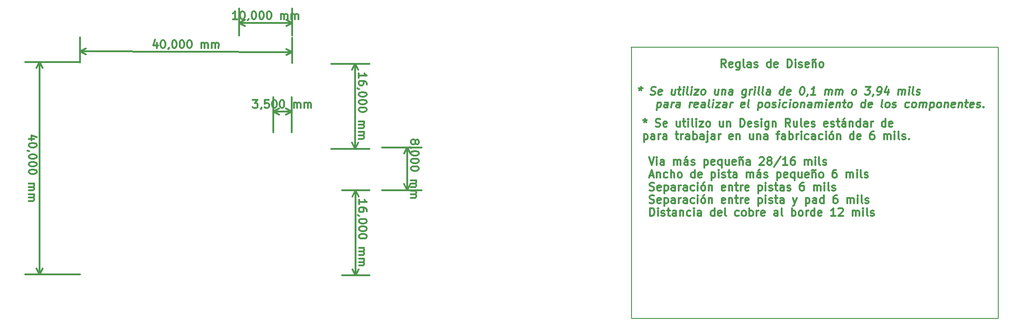
<source format=gbr>
G04 #@! TF.FileFunction,Drawing*
%FSLAX46Y46*%
G04 Gerber Fmt 4.6, Leading zero omitted, Abs format (unit mm)*
G04 Created by KiCad (PCBNEW 4.0.2+dfsg1-2~bpo8+1-stable) date lun 05 jun 2017 18:32:46 ART*
%MOMM*%
G01*
G04 APERTURE LIST*
%ADD10C,0.100000*%
%ADD11C,0.300000*%
%ADD12C,0.200000*%
G04 APERTURE END LIST*
D10*
D11*
X186471429Y-38678571D02*
X186471429Y-39035714D01*
X186114286Y-38892857D02*
X186471429Y-39035714D01*
X186828571Y-38892857D01*
X186257143Y-39321429D02*
X186471429Y-39035714D01*
X186685714Y-39321429D01*
X188471428Y-40107143D02*
X188685714Y-40178571D01*
X189042857Y-40178571D01*
X189185714Y-40107143D01*
X189257143Y-40035714D01*
X189328571Y-39892857D01*
X189328571Y-39750000D01*
X189257143Y-39607143D01*
X189185714Y-39535714D01*
X189042857Y-39464286D01*
X188757143Y-39392857D01*
X188614285Y-39321429D01*
X188542857Y-39250000D01*
X188471428Y-39107143D01*
X188471428Y-38964286D01*
X188542857Y-38821429D01*
X188614285Y-38750000D01*
X188757143Y-38678571D01*
X189114285Y-38678571D01*
X189328571Y-38750000D01*
X190542856Y-40107143D02*
X190399999Y-40178571D01*
X190114285Y-40178571D01*
X189971428Y-40107143D01*
X189899999Y-39964286D01*
X189899999Y-39392857D01*
X189971428Y-39250000D01*
X190114285Y-39178571D01*
X190399999Y-39178571D01*
X190542856Y-39250000D01*
X190614285Y-39392857D01*
X190614285Y-39535714D01*
X189899999Y-39678571D01*
X193042856Y-39178571D02*
X193042856Y-40178571D01*
X192399999Y-39178571D02*
X192399999Y-39964286D01*
X192471427Y-40107143D01*
X192614285Y-40178571D01*
X192828570Y-40178571D01*
X192971427Y-40107143D01*
X193042856Y-40035714D01*
X193542856Y-39178571D02*
X194114285Y-39178571D01*
X193757142Y-38678571D02*
X193757142Y-39964286D01*
X193828570Y-40107143D01*
X193971428Y-40178571D01*
X194114285Y-40178571D01*
X194614285Y-40178571D02*
X194614285Y-39178571D01*
X194614285Y-38678571D02*
X194542856Y-38750000D01*
X194614285Y-38821429D01*
X194685713Y-38750000D01*
X194614285Y-38678571D01*
X194614285Y-38821429D01*
X195542857Y-40178571D02*
X195399999Y-40107143D01*
X195328571Y-39964286D01*
X195328571Y-38678571D01*
X196114285Y-40178571D02*
X196114285Y-39178571D01*
X196114285Y-38678571D02*
X196042856Y-38750000D01*
X196114285Y-38821429D01*
X196185713Y-38750000D01*
X196114285Y-38678571D01*
X196114285Y-38821429D01*
X196685714Y-39178571D02*
X197471428Y-39178571D01*
X196685714Y-40178571D01*
X197471428Y-40178571D01*
X198257143Y-40178571D02*
X198114285Y-40107143D01*
X198042857Y-40035714D01*
X197971428Y-39892857D01*
X197971428Y-39464286D01*
X198042857Y-39321429D01*
X198114285Y-39250000D01*
X198257143Y-39178571D01*
X198471428Y-39178571D01*
X198614285Y-39250000D01*
X198685714Y-39321429D01*
X198757143Y-39464286D01*
X198757143Y-39892857D01*
X198685714Y-40035714D01*
X198614285Y-40107143D01*
X198471428Y-40178571D01*
X198257143Y-40178571D01*
X201185714Y-39178571D02*
X201185714Y-40178571D01*
X200542857Y-39178571D02*
X200542857Y-39964286D01*
X200614285Y-40107143D01*
X200757143Y-40178571D01*
X200971428Y-40178571D01*
X201114285Y-40107143D01*
X201185714Y-40035714D01*
X201900000Y-39178571D02*
X201900000Y-40178571D01*
X201900000Y-39321429D02*
X201971428Y-39250000D01*
X202114286Y-39178571D01*
X202328571Y-39178571D01*
X202471428Y-39250000D01*
X202542857Y-39392857D01*
X202542857Y-40178571D01*
X204400000Y-40178571D02*
X204400000Y-38678571D01*
X204757143Y-38678571D01*
X204971428Y-38750000D01*
X205114286Y-38892857D01*
X205185714Y-39035714D01*
X205257143Y-39321429D01*
X205257143Y-39535714D01*
X205185714Y-39821429D01*
X205114286Y-39964286D01*
X204971428Y-40107143D01*
X204757143Y-40178571D01*
X204400000Y-40178571D01*
X206471428Y-40107143D02*
X206328571Y-40178571D01*
X206042857Y-40178571D01*
X205900000Y-40107143D01*
X205828571Y-39964286D01*
X205828571Y-39392857D01*
X205900000Y-39250000D01*
X206042857Y-39178571D01*
X206328571Y-39178571D01*
X206471428Y-39250000D01*
X206542857Y-39392857D01*
X206542857Y-39535714D01*
X205828571Y-39678571D01*
X207114285Y-40107143D02*
X207257142Y-40178571D01*
X207542857Y-40178571D01*
X207685714Y-40107143D01*
X207757142Y-39964286D01*
X207757142Y-39892857D01*
X207685714Y-39750000D01*
X207542857Y-39678571D01*
X207328571Y-39678571D01*
X207185714Y-39607143D01*
X207114285Y-39464286D01*
X207114285Y-39392857D01*
X207185714Y-39250000D01*
X207328571Y-39178571D01*
X207542857Y-39178571D01*
X207685714Y-39250000D01*
X208400000Y-40178571D02*
X208400000Y-39178571D01*
X208400000Y-38678571D02*
X208328571Y-38750000D01*
X208400000Y-38821429D01*
X208471428Y-38750000D01*
X208400000Y-38678571D01*
X208400000Y-38821429D01*
X209757143Y-39178571D02*
X209757143Y-40392857D01*
X209685714Y-40535714D01*
X209614286Y-40607143D01*
X209471429Y-40678571D01*
X209257143Y-40678571D01*
X209114286Y-40607143D01*
X209757143Y-40107143D02*
X209614286Y-40178571D01*
X209328572Y-40178571D01*
X209185714Y-40107143D01*
X209114286Y-40035714D01*
X209042857Y-39892857D01*
X209042857Y-39464286D01*
X209114286Y-39321429D01*
X209185714Y-39250000D01*
X209328572Y-39178571D01*
X209614286Y-39178571D01*
X209757143Y-39250000D01*
X210471429Y-39178571D02*
X210471429Y-40178571D01*
X210471429Y-39321429D02*
X210542857Y-39250000D01*
X210685715Y-39178571D01*
X210900000Y-39178571D01*
X211042857Y-39250000D01*
X211114286Y-39392857D01*
X211114286Y-40178571D01*
X213828572Y-40178571D02*
X213328572Y-39464286D01*
X212971429Y-40178571D02*
X212971429Y-38678571D01*
X213542857Y-38678571D01*
X213685715Y-38750000D01*
X213757143Y-38821429D01*
X213828572Y-38964286D01*
X213828572Y-39178571D01*
X213757143Y-39321429D01*
X213685715Y-39392857D01*
X213542857Y-39464286D01*
X212971429Y-39464286D01*
X215114286Y-39178571D02*
X215114286Y-40178571D01*
X214471429Y-39178571D02*
X214471429Y-39964286D01*
X214542857Y-40107143D01*
X214685715Y-40178571D01*
X214900000Y-40178571D01*
X215042857Y-40107143D01*
X215114286Y-40035714D01*
X216042858Y-40178571D02*
X215900000Y-40107143D01*
X215828572Y-39964286D01*
X215828572Y-38678571D01*
X217185714Y-40107143D02*
X217042857Y-40178571D01*
X216757143Y-40178571D01*
X216614286Y-40107143D01*
X216542857Y-39964286D01*
X216542857Y-39392857D01*
X216614286Y-39250000D01*
X216757143Y-39178571D01*
X217042857Y-39178571D01*
X217185714Y-39250000D01*
X217257143Y-39392857D01*
X217257143Y-39535714D01*
X216542857Y-39678571D01*
X217828571Y-40107143D02*
X217971428Y-40178571D01*
X218257143Y-40178571D01*
X218400000Y-40107143D01*
X218471428Y-39964286D01*
X218471428Y-39892857D01*
X218400000Y-39750000D01*
X218257143Y-39678571D01*
X218042857Y-39678571D01*
X217900000Y-39607143D01*
X217828571Y-39464286D01*
X217828571Y-39392857D01*
X217900000Y-39250000D01*
X218042857Y-39178571D01*
X218257143Y-39178571D01*
X218400000Y-39250000D01*
X220828571Y-40107143D02*
X220685714Y-40178571D01*
X220400000Y-40178571D01*
X220257143Y-40107143D01*
X220185714Y-39964286D01*
X220185714Y-39392857D01*
X220257143Y-39250000D01*
X220400000Y-39178571D01*
X220685714Y-39178571D01*
X220828571Y-39250000D01*
X220900000Y-39392857D01*
X220900000Y-39535714D01*
X220185714Y-39678571D01*
X221471428Y-40107143D02*
X221614285Y-40178571D01*
X221900000Y-40178571D01*
X222042857Y-40107143D01*
X222114285Y-39964286D01*
X222114285Y-39892857D01*
X222042857Y-39750000D01*
X221900000Y-39678571D01*
X221685714Y-39678571D01*
X221542857Y-39607143D01*
X221471428Y-39464286D01*
X221471428Y-39392857D01*
X221542857Y-39250000D01*
X221685714Y-39178571D01*
X221900000Y-39178571D01*
X222042857Y-39250000D01*
X222542857Y-39178571D02*
X223114286Y-39178571D01*
X222757143Y-38678571D02*
X222757143Y-39964286D01*
X222828571Y-40107143D01*
X222971429Y-40178571D01*
X223114286Y-40178571D01*
X224257143Y-40178571D02*
X224257143Y-39392857D01*
X224185714Y-39250000D01*
X224042857Y-39178571D01*
X223757143Y-39178571D01*
X223614286Y-39250000D01*
X224257143Y-40107143D02*
X224114286Y-40178571D01*
X223757143Y-40178571D01*
X223614286Y-40107143D01*
X223542857Y-39964286D01*
X223542857Y-39821429D01*
X223614286Y-39678571D01*
X223757143Y-39607143D01*
X224114286Y-39607143D01*
X224257143Y-39535714D01*
X224042857Y-38607143D02*
X223828572Y-38821429D01*
X224971429Y-39178571D02*
X224971429Y-40178571D01*
X224971429Y-39321429D02*
X225042857Y-39250000D01*
X225185715Y-39178571D01*
X225400000Y-39178571D01*
X225542857Y-39250000D01*
X225614286Y-39392857D01*
X225614286Y-40178571D01*
X226971429Y-40178571D02*
X226971429Y-38678571D01*
X226971429Y-40107143D02*
X226828572Y-40178571D01*
X226542858Y-40178571D01*
X226400000Y-40107143D01*
X226328572Y-40035714D01*
X226257143Y-39892857D01*
X226257143Y-39464286D01*
X226328572Y-39321429D01*
X226400000Y-39250000D01*
X226542858Y-39178571D01*
X226828572Y-39178571D01*
X226971429Y-39250000D01*
X228328572Y-40178571D02*
X228328572Y-39392857D01*
X228257143Y-39250000D01*
X228114286Y-39178571D01*
X227828572Y-39178571D01*
X227685715Y-39250000D01*
X228328572Y-40107143D02*
X228185715Y-40178571D01*
X227828572Y-40178571D01*
X227685715Y-40107143D01*
X227614286Y-39964286D01*
X227614286Y-39821429D01*
X227685715Y-39678571D01*
X227828572Y-39607143D01*
X228185715Y-39607143D01*
X228328572Y-39535714D01*
X229042858Y-40178571D02*
X229042858Y-39178571D01*
X229042858Y-39464286D02*
X229114286Y-39321429D01*
X229185715Y-39250000D01*
X229328572Y-39178571D01*
X229471429Y-39178571D01*
X231757143Y-40178571D02*
X231757143Y-38678571D01*
X231757143Y-40107143D02*
X231614286Y-40178571D01*
X231328572Y-40178571D01*
X231185714Y-40107143D01*
X231114286Y-40035714D01*
X231042857Y-39892857D01*
X231042857Y-39464286D01*
X231114286Y-39321429D01*
X231185714Y-39250000D01*
X231328572Y-39178571D01*
X231614286Y-39178571D01*
X231757143Y-39250000D01*
X233042857Y-40107143D02*
X232900000Y-40178571D01*
X232614286Y-40178571D01*
X232471429Y-40107143D01*
X232400000Y-39964286D01*
X232400000Y-39392857D01*
X232471429Y-39250000D01*
X232614286Y-39178571D01*
X232900000Y-39178571D01*
X233042857Y-39250000D01*
X233114286Y-39392857D01*
X233114286Y-39535714D01*
X232400000Y-39678571D01*
X186257143Y-41578571D02*
X186257143Y-43078571D01*
X186257143Y-41650000D02*
X186400000Y-41578571D01*
X186685714Y-41578571D01*
X186828571Y-41650000D01*
X186900000Y-41721429D01*
X186971429Y-41864286D01*
X186971429Y-42292857D01*
X186900000Y-42435714D01*
X186828571Y-42507143D01*
X186685714Y-42578571D01*
X186400000Y-42578571D01*
X186257143Y-42507143D01*
X188257143Y-42578571D02*
X188257143Y-41792857D01*
X188185714Y-41650000D01*
X188042857Y-41578571D01*
X187757143Y-41578571D01*
X187614286Y-41650000D01*
X188257143Y-42507143D02*
X188114286Y-42578571D01*
X187757143Y-42578571D01*
X187614286Y-42507143D01*
X187542857Y-42364286D01*
X187542857Y-42221429D01*
X187614286Y-42078571D01*
X187757143Y-42007143D01*
X188114286Y-42007143D01*
X188257143Y-41935714D01*
X188971429Y-42578571D02*
X188971429Y-41578571D01*
X188971429Y-41864286D02*
X189042857Y-41721429D01*
X189114286Y-41650000D01*
X189257143Y-41578571D01*
X189400000Y-41578571D01*
X190542857Y-42578571D02*
X190542857Y-41792857D01*
X190471428Y-41650000D01*
X190328571Y-41578571D01*
X190042857Y-41578571D01*
X189900000Y-41650000D01*
X190542857Y-42507143D02*
X190400000Y-42578571D01*
X190042857Y-42578571D01*
X189900000Y-42507143D01*
X189828571Y-42364286D01*
X189828571Y-42221429D01*
X189900000Y-42078571D01*
X190042857Y-42007143D01*
X190400000Y-42007143D01*
X190542857Y-41935714D01*
X192185714Y-41578571D02*
X192757143Y-41578571D01*
X192400000Y-41078571D02*
X192400000Y-42364286D01*
X192471428Y-42507143D01*
X192614286Y-42578571D01*
X192757143Y-42578571D01*
X193257143Y-42578571D02*
X193257143Y-41578571D01*
X193257143Y-41864286D02*
X193328571Y-41721429D01*
X193400000Y-41650000D01*
X193542857Y-41578571D01*
X193685714Y-41578571D01*
X194828571Y-42578571D02*
X194828571Y-41792857D01*
X194757142Y-41650000D01*
X194614285Y-41578571D01*
X194328571Y-41578571D01*
X194185714Y-41650000D01*
X194828571Y-42507143D02*
X194685714Y-42578571D01*
X194328571Y-42578571D01*
X194185714Y-42507143D01*
X194114285Y-42364286D01*
X194114285Y-42221429D01*
X194185714Y-42078571D01*
X194328571Y-42007143D01*
X194685714Y-42007143D01*
X194828571Y-41935714D01*
X195542857Y-42578571D02*
X195542857Y-41078571D01*
X195542857Y-41650000D02*
X195685714Y-41578571D01*
X195971428Y-41578571D01*
X196114285Y-41650000D01*
X196185714Y-41721429D01*
X196257143Y-41864286D01*
X196257143Y-42292857D01*
X196185714Y-42435714D01*
X196114285Y-42507143D01*
X195971428Y-42578571D01*
X195685714Y-42578571D01*
X195542857Y-42507143D01*
X197542857Y-42578571D02*
X197542857Y-41792857D01*
X197471428Y-41650000D01*
X197328571Y-41578571D01*
X197042857Y-41578571D01*
X196900000Y-41650000D01*
X197542857Y-42507143D02*
X197400000Y-42578571D01*
X197042857Y-42578571D01*
X196900000Y-42507143D01*
X196828571Y-42364286D01*
X196828571Y-42221429D01*
X196900000Y-42078571D01*
X197042857Y-42007143D01*
X197400000Y-42007143D01*
X197542857Y-41935714D01*
X198257143Y-41578571D02*
X198257143Y-42864286D01*
X198185714Y-43007143D01*
X198042857Y-43078571D01*
X197971429Y-43078571D01*
X198257143Y-41078571D02*
X198185714Y-41150000D01*
X198257143Y-41221429D01*
X198328571Y-41150000D01*
X198257143Y-41078571D01*
X198257143Y-41221429D01*
X199614286Y-42578571D02*
X199614286Y-41792857D01*
X199542857Y-41650000D01*
X199400000Y-41578571D01*
X199114286Y-41578571D01*
X198971429Y-41650000D01*
X199614286Y-42507143D02*
X199471429Y-42578571D01*
X199114286Y-42578571D01*
X198971429Y-42507143D01*
X198900000Y-42364286D01*
X198900000Y-42221429D01*
X198971429Y-42078571D01*
X199114286Y-42007143D01*
X199471429Y-42007143D01*
X199614286Y-41935714D01*
X200328572Y-42578571D02*
X200328572Y-41578571D01*
X200328572Y-41864286D02*
X200400000Y-41721429D01*
X200471429Y-41650000D01*
X200614286Y-41578571D01*
X200757143Y-41578571D01*
X202971428Y-42507143D02*
X202828571Y-42578571D01*
X202542857Y-42578571D01*
X202400000Y-42507143D01*
X202328571Y-42364286D01*
X202328571Y-41792857D01*
X202400000Y-41650000D01*
X202542857Y-41578571D01*
X202828571Y-41578571D01*
X202971428Y-41650000D01*
X203042857Y-41792857D01*
X203042857Y-41935714D01*
X202328571Y-42078571D01*
X203685714Y-41578571D02*
X203685714Y-42578571D01*
X203685714Y-41721429D02*
X203757142Y-41650000D01*
X203900000Y-41578571D01*
X204114285Y-41578571D01*
X204257142Y-41650000D01*
X204328571Y-41792857D01*
X204328571Y-42578571D01*
X206828571Y-41578571D02*
X206828571Y-42578571D01*
X206185714Y-41578571D02*
X206185714Y-42364286D01*
X206257142Y-42507143D01*
X206400000Y-42578571D01*
X206614285Y-42578571D01*
X206757142Y-42507143D01*
X206828571Y-42435714D01*
X207542857Y-41578571D02*
X207542857Y-42578571D01*
X207542857Y-41721429D02*
X207614285Y-41650000D01*
X207757143Y-41578571D01*
X207971428Y-41578571D01*
X208114285Y-41650000D01*
X208185714Y-41792857D01*
X208185714Y-42578571D01*
X209542857Y-42578571D02*
X209542857Y-41792857D01*
X209471428Y-41650000D01*
X209328571Y-41578571D01*
X209042857Y-41578571D01*
X208900000Y-41650000D01*
X209542857Y-42507143D02*
X209400000Y-42578571D01*
X209042857Y-42578571D01*
X208900000Y-42507143D01*
X208828571Y-42364286D01*
X208828571Y-42221429D01*
X208900000Y-42078571D01*
X209042857Y-42007143D01*
X209400000Y-42007143D01*
X209542857Y-41935714D01*
X211185714Y-41578571D02*
X211757143Y-41578571D01*
X211400000Y-42578571D02*
X211400000Y-41292857D01*
X211471428Y-41150000D01*
X211614286Y-41078571D01*
X211757143Y-41078571D01*
X212900000Y-42578571D02*
X212900000Y-41792857D01*
X212828571Y-41650000D01*
X212685714Y-41578571D01*
X212400000Y-41578571D01*
X212257143Y-41650000D01*
X212900000Y-42507143D02*
X212757143Y-42578571D01*
X212400000Y-42578571D01*
X212257143Y-42507143D01*
X212185714Y-42364286D01*
X212185714Y-42221429D01*
X212257143Y-42078571D01*
X212400000Y-42007143D01*
X212757143Y-42007143D01*
X212900000Y-41935714D01*
X213614286Y-42578571D02*
X213614286Y-41078571D01*
X213614286Y-41650000D02*
X213757143Y-41578571D01*
X214042857Y-41578571D01*
X214185714Y-41650000D01*
X214257143Y-41721429D01*
X214328572Y-41864286D01*
X214328572Y-42292857D01*
X214257143Y-42435714D01*
X214185714Y-42507143D01*
X214042857Y-42578571D01*
X213757143Y-42578571D01*
X213614286Y-42507143D01*
X214971429Y-42578571D02*
X214971429Y-41578571D01*
X214971429Y-41864286D02*
X215042857Y-41721429D01*
X215114286Y-41650000D01*
X215257143Y-41578571D01*
X215400000Y-41578571D01*
X215900000Y-42578571D02*
X215900000Y-41578571D01*
X215900000Y-41078571D02*
X215828571Y-41150000D01*
X215900000Y-41221429D01*
X215971428Y-41150000D01*
X215900000Y-41078571D01*
X215900000Y-41221429D01*
X217257143Y-42507143D02*
X217114286Y-42578571D01*
X216828572Y-42578571D01*
X216685714Y-42507143D01*
X216614286Y-42435714D01*
X216542857Y-42292857D01*
X216542857Y-41864286D01*
X216614286Y-41721429D01*
X216685714Y-41650000D01*
X216828572Y-41578571D01*
X217114286Y-41578571D01*
X217257143Y-41650000D01*
X218542857Y-42578571D02*
X218542857Y-41792857D01*
X218471428Y-41650000D01*
X218328571Y-41578571D01*
X218042857Y-41578571D01*
X217900000Y-41650000D01*
X218542857Y-42507143D02*
X218400000Y-42578571D01*
X218042857Y-42578571D01*
X217900000Y-42507143D01*
X217828571Y-42364286D01*
X217828571Y-42221429D01*
X217900000Y-42078571D01*
X218042857Y-42007143D01*
X218400000Y-42007143D01*
X218542857Y-41935714D01*
X219900000Y-42507143D02*
X219757143Y-42578571D01*
X219471429Y-42578571D01*
X219328571Y-42507143D01*
X219257143Y-42435714D01*
X219185714Y-42292857D01*
X219185714Y-41864286D01*
X219257143Y-41721429D01*
X219328571Y-41650000D01*
X219471429Y-41578571D01*
X219757143Y-41578571D01*
X219900000Y-41650000D01*
X220542857Y-42578571D02*
X220542857Y-41578571D01*
X220542857Y-41078571D02*
X220471428Y-41150000D01*
X220542857Y-41221429D01*
X220614285Y-41150000D01*
X220542857Y-41078571D01*
X220542857Y-41221429D01*
X221471429Y-42578571D02*
X221328571Y-42507143D01*
X221257143Y-42435714D01*
X221185714Y-42292857D01*
X221185714Y-41864286D01*
X221257143Y-41721429D01*
X221328571Y-41650000D01*
X221471429Y-41578571D01*
X221685714Y-41578571D01*
X221828571Y-41650000D01*
X221900000Y-41721429D01*
X221971429Y-41864286D01*
X221971429Y-42292857D01*
X221900000Y-42435714D01*
X221828571Y-42507143D01*
X221685714Y-42578571D01*
X221471429Y-42578571D01*
X221757143Y-41007143D02*
X221542857Y-41221429D01*
X222614286Y-41578571D02*
X222614286Y-42578571D01*
X222614286Y-41721429D02*
X222685714Y-41650000D01*
X222828572Y-41578571D01*
X223042857Y-41578571D01*
X223185714Y-41650000D01*
X223257143Y-41792857D01*
X223257143Y-42578571D01*
X225757143Y-42578571D02*
X225757143Y-41078571D01*
X225757143Y-42507143D02*
X225614286Y-42578571D01*
X225328572Y-42578571D01*
X225185714Y-42507143D01*
X225114286Y-42435714D01*
X225042857Y-42292857D01*
X225042857Y-41864286D01*
X225114286Y-41721429D01*
X225185714Y-41650000D01*
X225328572Y-41578571D01*
X225614286Y-41578571D01*
X225757143Y-41650000D01*
X227042857Y-42507143D02*
X226900000Y-42578571D01*
X226614286Y-42578571D01*
X226471429Y-42507143D01*
X226400000Y-42364286D01*
X226400000Y-41792857D01*
X226471429Y-41650000D01*
X226614286Y-41578571D01*
X226900000Y-41578571D01*
X227042857Y-41650000D01*
X227114286Y-41792857D01*
X227114286Y-41935714D01*
X226400000Y-42078571D01*
X229542857Y-41078571D02*
X229257143Y-41078571D01*
X229114286Y-41150000D01*
X229042857Y-41221429D01*
X228900000Y-41435714D01*
X228828571Y-41721429D01*
X228828571Y-42292857D01*
X228900000Y-42435714D01*
X228971428Y-42507143D01*
X229114286Y-42578571D01*
X229400000Y-42578571D01*
X229542857Y-42507143D01*
X229614286Y-42435714D01*
X229685714Y-42292857D01*
X229685714Y-41935714D01*
X229614286Y-41792857D01*
X229542857Y-41721429D01*
X229400000Y-41650000D01*
X229114286Y-41650000D01*
X228971428Y-41721429D01*
X228900000Y-41792857D01*
X228828571Y-41935714D01*
X231471428Y-42578571D02*
X231471428Y-41578571D01*
X231471428Y-41721429D02*
X231542856Y-41650000D01*
X231685714Y-41578571D01*
X231899999Y-41578571D01*
X232042856Y-41650000D01*
X232114285Y-41792857D01*
X232114285Y-42578571D01*
X232114285Y-41792857D02*
X232185714Y-41650000D01*
X232328571Y-41578571D01*
X232542856Y-41578571D01*
X232685714Y-41650000D01*
X232757142Y-41792857D01*
X232757142Y-42578571D01*
X233471428Y-42578571D02*
X233471428Y-41578571D01*
X233471428Y-41078571D02*
X233399999Y-41150000D01*
X233471428Y-41221429D01*
X233542856Y-41150000D01*
X233471428Y-41078571D01*
X233471428Y-41221429D01*
X234400000Y-42578571D02*
X234257142Y-42507143D01*
X234185714Y-42364286D01*
X234185714Y-41078571D01*
X234899999Y-42507143D02*
X235042856Y-42578571D01*
X235328571Y-42578571D01*
X235471428Y-42507143D01*
X235542856Y-42364286D01*
X235542856Y-42292857D01*
X235471428Y-42150000D01*
X235328571Y-42078571D01*
X235114285Y-42078571D01*
X234971428Y-42007143D01*
X234899999Y-41864286D01*
X234899999Y-41792857D01*
X234971428Y-41650000D01*
X235114285Y-41578571D01*
X235328571Y-41578571D01*
X235471428Y-41650000D01*
X236185714Y-42435714D02*
X236257142Y-42507143D01*
X236185714Y-42578571D01*
X236114285Y-42507143D01*
X236185714Y-42435714D01*
X236185714Y-42578571D01*
X187185714Y-45878571D02*
X187685714Y-47378571D01*
X188185714Y-45878571D01*
X188685714Y-47378571D02*
X188685714Y-46378571D01*
X188685714Y-45878571D02*
X188614285Y-45950000D01*
X188685714Y-46021429D01*
X188757142Y-45950000D01*
X188685714Y-45878571D01*
X188685714Y-46021429D01*
X190042857Y-47378571D02*
X190042857Y-46592857D01*
X189971428Y-46450000D01*
X189828571Y-46378571D01*
X189542857Y-46378571D01*
X189400000Y-46450000D01*
X190042857Y-47307143D02*
X189900000Y-47378571D01*
X189542857Y-47378571D01*
X189400000Y-47307143D01*
X189328571Y-47164286D01*
X189328571Y-47021429D01*
X189400000Y-46878571D01*
X189542857Y-46807143D01*
X189900000Y-46807143D01*
X190042857Y-46735714D01*
X191900000Y-47378571D02*
X191900000Y-46378571D01*
X191900000Y-46521429D02*
X191971428Y-46450000D01*
X192114286Y-46378571D01*
X192328571Y-46378571D01*
X192471428Y-46450000D01*
X192542857Y-46592857D01*
X192542857Y-47378571D01*
X192542857Y-46592857D02*
X192614286Y-46450000D01*
X192757143Y-46378571D01*
X192971428Y-46378571D01*
X193114286Y-46450000D01*
X193185714Y-46592857D01*
X193185714Y-47378571D01*
X194542857Y-47378571D02*
X194542857Y-46592857D01*
X194471428Y-46450000D01*
X194328571Y-46378571D01*
X194042857Y-46378571D01*
X193900000Y-46450000D01*
X194542857Y-47307143D02*
X194400000Y-47378571D01*
X194042857Y-47378571D01*
X193900000Y-47307143D01*
X193828571Y-47164286D01*
X193828571Y-47021429D01*
X193900000Y-46878571D01*
X194042857Y-46807143D01*
X194400000Y-46807143D01*
X194542857Y-46735714D01*
X194328571Y-45807143D02*
X194114286Y-46021429D01*
X195185714Y-47307143D02*
X195328571Y-47378571D01*
X195614286Y-47378571D01*
X195757143Y-47307143D01*
X195828571Y-47164286D01*
X195828571Y-47092857D01*
X195757143Y-46950000D01*
X195614286Y-46878571D01*
X195400000Y-46878571D01*
X195257143Y-46807143D01*
X195185714Y-46664286D01*
X195185714Y-46592857D01*
X195257143Y-46450000D01*
X195400000Y-46378571D01*
X195614286Y-46378571D01*
X195757143Y-46450000D01*
X197614286Y-46378571D02*
X197614286Y-47878571D01*
X197614286Y-46450000D02*
X197757143Y-46378571D01*
X198042857Y-46378571D01*
X198185714Y-46450000D01*
X198257143Y-46521429D01*
X198328572Y-46664286D01*
X198328572Y-47092857D01*
X198257143Y-47235714D01*
X198185714Y-47307143D01*
X198042857Y-47378571D01*
X197757143Y-47378571D01*
X197614286Y-47307143D01*
X199542857Y-47307143D02*
X199400000Y-47378571D01*
X199114286Y-47378571D01*
X198971429Y-47307143D01*
X198900000Y-47164286D01*
X198900000Y-46592857D01*
X198971429Y-46450000D01*
X199114286Y-46378571D01*
X199400000Y-46378571D01*
X199542857Y-46450000D01*
X199614286Y-46592857D01*
X199614286Y-46735714D01*
X198900000Y-46878571D01*
X200900000Y-46378571D02*
X200900000Y-47878571D01*
X200900000Y-47307143D02*
X200757143Y-47378571D01*
X200471429Y-47378571D01*
X200328571Y-47307143D01*
X200257143Y-47235714D01*
X200185714Y-47092857D01*
X200185714Y-46664286D01*
X200257143Y-46521429D01*
X200328571Y-46450000D01*
X200471429Y-46378571D01*
X200757143Y-46378571D01*
X200900000Y-46450000D01*
X202257143Y-46378571D02*
X202257143Y-47378571D01*
X201614286Y-46378571D02*
X201614286Y-47164286D01*
X201685714Y-47307143D01*
X201828572Y-47378571D01*
X202042857Y-47378571D01*
X202185714Y-47307143D01*
X202257143Y-47235714D01*
X203542857Y-47307143D02*
X203400000Y-47378571D01*
X203114286Y-47378571D01*
X202971429Y-47307143D01*
X202900000Y-47164286D01*
X202900000Y-46592857D01*
X202971429Y-46450000D01*
X203114286Y-46378571D01*
X203400000Y-46378571D01*
X203542857Y-46450000D01*
X203614286Y-46592857D01*
X203614286Y-46735714D01*
X202900000Y-46878571D01*
X204257143Y-46378571D02*
X204257143Y-47378571D01*
X204257143Y-46521429D02*
X204328571Y-46450000D01*
X204471429Y-46378571D01*
X204685714Y-46378571D01*
X204828571Y-46450000D01*
X204900000Y-46592857D01*
X204900000Y-47378571D01*
X204185714Y-46021429D02*
X204257143Y-45950000D01*
X204400000Y-45878571D01*
X204685714Y-46021429D01*
X204828571Y-45950000D01*
X204900000Y-45878571D01*
X206257143Y-47378571D02*
X206257143Y-46592857D01*
X206185714Y-46450000D01*
X206042857Y-46378571D01*
X205757143Y-46378571D01*
X205614286Y-46450000D01*
X206257143Y-47307143D02*
X206114286Y-47378571D01*
X205757143Y-47378571D01*
X205614286Y-47307143D01*
X205542857Y-47164286D01*
X205542857Y-47021429D01*
X205614286Y-46878571D01*
X205757143Y-46807143D01*
X206114286Y-46807143D01*
X206257143Y-46735714D01*
X208042857Y-46021429D02*
X208114286Y-45950000D01*
X208257143Y-45878571D01*
X208614286Y-45878571D01*
X208757143Y-45950000D01*
X208828572Y-46021429D01*
X208900000Y-46164286D01*
X208900000Y-46307143D01*
X208828572Y-46521429D01*
X207971429Y-47378571D01*
X208900000Y-47378571D01*
X209757143Y-46521429D02*
X209614285Y-46450000D01*
X209542857Y-46378571D01*
X209471428Y-46235714D01*
X209471428Y-46164286D01*
X209542857Y-46021429D01*
X209614285Y-45950000D01*
X209757143Y-45878571D01*
X210042857Y-45878571D01*
X210185714Y-45950000D01*
X210257143Y-46021429D01*
X210328571Y-46164286D01*
X210328571Y-46235714D01*
X210257143Y-46378571D01*
X210185714Y-46450000D01*
X210042857Y-46521429D01*
X209757143Y-46521429D01*
X209614285Y-46592857D01*
X209542857Y-46664286D01*
X209471428Y-46807143D01*
X209471428Y-47092857D01*
X209542857Y-47235714D01*
X209614285Y-47307143D01*
X209757143Y-47378571D01*
X210042857Y-47378571D01*
X210185714Y-47307143D01*
X210257143Y-47235714D01*
X210328571Y-47092857D01*
X210328571Y-46807143D01*
X210257143Y-46664286D01*
X210185714Y-46592857D01*
X210042857Y-46521429D01*
X212042856Y-45807143D02*
X210757142Y-47735714D01*
X213328571Y-47378571D02*
X212471428Y-47378571D01*
X212900000Y-47378571D02*
X212900000Y-45878571D01*
X212757143Y-46092857D01*
X212614285Y-46235714D01*
X212471428Y-46307143D01*
X214614285Y-45878571D02*
X214328571Y-45878571D01*
X214185714Y-45950000D01*
X214114285Y-46021429D01*
X213971428Y-46235714D01*
X213899999Y-46521429D01*
X213899999Y-47092857D01*
X213971428Y-47235714D01*
X214042856Y-47307143D01*
X214185714Y-47378571D01*
X214471428Y-47378571D01*
X214614285Y-47307143D01*
X214685714Y-47235714D01*
X214757142Y-47092857D01*
X214757142Y-46735714D01*
X214685714Y-46592857D01*
X214614285Y-46521429D01*
X214471428Y-46450000D01*
X214185714Y-46450000D01*
X214042856Y-46521429D01*
X213971428Y-46592857D01*
X213899999Y-46735714D01*
X216542856Y-47378571D02*
X216542856Y-46378571D01*
X216542856Y-46521429D02*
X216614284Y-46450000D01*
X216757142Y-46378571D01*
X216971427Y-46378571D01*
X217114284Y-46450000D01*
X217185713Y-46592857D01*
X217185713Y-47378571D01*
X217185713Y-46592857D02*
X217257142Y-46450000D01*
X217399999Y-46378571D01*
X217614284Y-46378571D01*
X217757142Y-46450000D01*
X217828570Y-46592857D01*
X217828570Y-47378571D01*
X218542856Y-47378571D02*
X218542856Y-46378571D01*
X218542856Y-45878571D02*
X218471427Y-45950000D01*
X218542856Y-46021429D01*
X218614284Y-45950000D01*
X218542856Y-45878571D01*
X218542856Y-46021429D01*
X219471428Y-47378571D02*
X219328570Y-47307143D01*
X219257142Y-47164286D01*
X219257142Y-45878571D01*
X219971427Y-47307143D02*
X220114284Y-47378571D01*
X220399999Y-47378571D01*
X220542856Y-47307143D01*
X220614284Y-47164286D01*
X220614284Y-47092857D01*
X220542856Y-46950000D01*
X220399999Y-46878571D01*
X220185713Y-46878571D01*
X220042856Y-46807143D01*
X219971427Y-46664286D01*
X219971427Y-46592857D01*
X220042856Y-46450000D01*
X220185713Y-46378571D01*
X220399999Y-46378571D01*
X220542856Y-46450000D01*
X187328571Y-49350000D02*
X188042857Y-49350000D01*
X187185714Y-49778571D02*
X187685714Y-48278571D01*
X188185714Y-49778571D01*
X188685714Y-48778571D02*
X188685714Y-49778571D01*
X188685714Y-48921429D02*
X188757142Y-48850000D01*
X188900000Y-48778571D01*
X189114285Y-48778571D01*
X189257142Y-48850000D01*
X189328571Y-48992857D01*
X189328571Y-49778571D01*
X190685714Y-49707143D02*
X190542857Y-49778571D01*
X190257143Y-49778571D01*
X190114285Y-49707143D01*
X190042857Y-49635714D01*
X189971428Y-49492857D01*
X189971428Y-49064286D01*
X190042857Y-48921429D01*
X190114285Y-48850000D01*
X190257143Y-48778571D01*
X190542857Y-48778571D01*
X190685714Y-48850000D01*
X191328571Y-49778571D02*
X191328571Y-48278571D01*
X191971428Y-49778571D02*
X191971428Y-48992857D01*
X191899999Y-48850000D01*
X191757142Y-48778571D01*
X191542857Y-48778571D01*
X191399999Y-48850000D01*
X191328571Y-48921429D01*
X192900000Y-49778571D02*
X192757142Y-49707143D01*
X192685714Y-49635714D01*
X192614285Y-49492857D01*
X192614285Y-49064286D01*
X192685714Y-48921429D01*
X192757142Y-48850000D01*
X192900000Y-48778571D01*
X193114285Y-48778571D01*
X193257142Y-48850000D01*
X193328571Y-48921429D01*
X193400000Y-49064286D01*
X193400000Y-49492857D01*
X193328571Y-49635714D01*
X193257142Y-49707143D01*
X193114285Y-49778571D01*
X192900000Y-49778571D01*
X195828571Y-49778571D02*
X195828571Y-48278571D01*
X195828571Y-49707143D02*
X195685714Y-49778571D01*
X195400000Y-49778571D01*
X195257142Y-49707143D01*
X195185714Y-49635714D01*
X195114285Y-49492857D01*
X195114285Y-49064286D01*
X195185714Y-48921429D01*
X195257142Y-48850000D01*
X195400000Y-48778571D01*
X195685714Y-48778571D01*
X195828571Y-48850000D01*
X197114285Y-49707143D02*
X196971428Y-49778571D01*
X196685714Y-49778571D01*
X196542857Y-49707143D01*
X196471428Y-49564286D01*
X196471428Y-48992857D01*
X196542857Y-48850000D01*
X196685714Y-48778571D01*
X196971428Y-48778571D01*
X197114285Y-48850000D01*
X197185714Y-48992857D01*
X197185714Y-49135714D01*
X196471428Y-49278571D01*
X198971428Y-48778571D02*
X198971428Y-50278571D01*
X198971428Y-48850000D02*
X199114285Y-48778571D01*
X199399999Y-48778571D01*
X199542856Y-48850000D01*
X199614285Y-48921429D01*
X199685714Y-49064286D01*
X199685714Y-49492857D01*
X199614285Y-49635714D01*
X199542856Y-49707143D01*
X199399999Y-49778571D01*
X199114285Y-49778571D01*
X198971428Y-49707143D01*
X200328571Y-49778571D02*
X200328571Y-48778571D01*
X200328571Y-48278571D02*
X200257142Y-48350000D01*
X200328571Y-48421429D01*
X200399999Y-48350000D01*
X200328571Y-48278571D01*
X200328571Y-48421429D01*
X200971428Y-49707143D02*
X201114285Y-49778571D01*
X201400000Y-49778571D01*
X201542857Y-49707143D01*
X201614285Y-49564286D01*
X201614285Y-49492857D01*
X201542857Y-49350000D01*
X201400000Y-49278571D01*
X201185714Y-49278571D01*
X201042857Y-49207143D01*
X200971428Y-49064286D01*
X200971428Y-48992857D01*
X201042857Y-48850000D01*
X201185714Y-48778571D01*
X201400000Y-48778571D01*
X201542857Y-48850000D01*
X202042857Y-48778571D02*
X202614286Y-48778571D01*
X202257143Y-48278571D02*
X202257143Y-49564286D01*
X202328571Y-49707143D01*
X202471429Y-49778571D01*
X202614286Y-49778571D01*
X203757143Y-49778571D02*
X203757143Y-48992857D01*
X203685714Y-48850000D01*
X203542857Y-48778571D01*
X203257143Y-48778571D01*
X203114286Y-48850000D01*
X203757143Y-49707143D02*
X203614286Y-49778571D01*
X203257143Y-49778571D01*
X203114286Y-49707143D01*
X203042857Y-49564286D01*
X203042857Y-49421429D01*
X203114286Y-49278571D01*
X203257143Y-49207143D01*
X203614286Y-49207143D01*
X203757143Y-49135714D01*
X205614286Y-49778571D02*
X205614286Y-48778571D01*
X205614286Y-48921429D02*
X205685714Y-48850000D01*
X205828572Y-48778571D01*
X206042857Y-48778571D01*
X206185714Y-48850000D01*
X206257143Y-48992857D01*
X206257143Y-49778571D01*
X206257143Y-48992857D02*
X206328572Y-48850000D01*
X206471429Y-48778571D01*
X206685714Y-48778571D01*
X206828572Y-48850000D01*
X206900000Y-48992857D01*
X206900000Y-49778571D01*
X208257143Y-49778571D02*
X208257143Y-48992857D01*
X208185714Y-48850000D01*
X208042857Y-48778571D01*
X207757143Y-48778571D01*
X207614286Y-48850000D01*
X208257143Y-49707143D02*
X208114286Y-49778571D01*
X207757143Y-49778571D01*
X207614286Y-49707143D01*
X207542857Y-49564286D01*
X207542857Y-49421429D01*
X207614286Y-49278571D01*
X207757143Y-49207143D01*
X208114286Y-49207143D01*
X208257143Y-49135714D01*
X208042857Y-48207143D02*
X207828572Y-48421429D01*
X208900000Y-49707143D02*
X209042857Y-49778571D01*
X209328572Y-49778571D01*
X209471429Y-49707143D01*
X209542857Y-49564286D01*
X209542857Y-49492857D01*
X209471429Y-49350000D01*
X209328572Y-49278571D01*
X209114286Y-49278571D01*
X208971429Y-49207143D01*
X208900000Y-49064286D01*
X208900000Y-48992857D01*
X208971429Y-48850000D01*
X209114286Y-48778571D01*
X209328572Y-48778571D01*
X209471429Y-48850000D01*
X211328572Y-48778571D02*
X211328572Y-50278571D01*
X211328572Y-48850000D02*
X211471429Y-48778571D01*
X211757143Y-48778571D01*
X211900000Y-48850000D01*
X211971429Y-48921429D01*
X212042858Y-49064286D01*
X212042858Y-49492857D01*
X211971429Y-49635714D01*
X211900000Y-49707143D01*
X211757143Y-49778571D01*
X211471429Y-49778571D01*
X211328572Y-49707143D01*
X213257143Y-49707143D02*
X213114286Y-49778571D01*
X212828572Y-49778571D01*
X212685715Y-49707143D01*
X212614286Y-49564286D01*
X212614286Y-48992857D01*
X212685715Y-48850000D01*
X212828572Y-48778571D01*
X213114286Y-48778571D01*
X213257143Y-48850000D01*
X213328572Y-48992857D01*
X213328572Y-49135714D01*
X212614286Y-49278571D01*
X214614286Y-48778571D02*
X214614286Y-50278571D01*
X214614286Y-49707143D02*
X214471429Y-49778571D01*
X214185715Y-49778571D01*
X214042857Y-49707143D01*
X213971429Y-49635714D01*
X213900000Y-49492857D01*
X213900000Y-49064286D01*
X213971429Y-48921429D01*
X214042857Y-48850000D01*
X214185715Y-48778571D01*
X214471429Y-48778571D01*
X214614286Y-48850000D01*
X215971429Y-48778571D02*
X215971429Y-49778571D01*
X215328572Y-48778571D02*
X215328572Y-49564286D01*
X215400000Y-49707143D01*
X215542858Y-49778571D01*
X215757143Y-49778571D01*
X215900000Y-49707143D01*
X215971429Y-49635714D01*
X217257143Y-49707143D02*
X217114286Y-49778571D01*
X216828572Y-49778571D01*
X216685715Y-49707143D01*
X216614286Y-49564286D01*
X216614286Y-48992857D01*
X216685715Y-48850000D01*
X216828572Y-48778571D01*
X217114286Y-48778571D01*
X217257143Y-48850000D01*
X217328572Y-48992857D01*
X217328572Y-49135714D01*
X216614286Y-49278571D01*
X217971429Y-48778571D02*
X217971429Y-49778571D01*
X217971429Y-48921429D02*
X218042857Y-48850000D01*
X218185715Y-48778571D01*
X218400000Y-48778571D01*
X218542857Y-48850000D01*
X218614286Y-48992857D01*
X218614286Y-49778571D01*
X217900000Y-48421429D02*
X217971429Y-48350000D01*
X218114286Y-48278571D01*
X218400000Y-48421429D01*
X218542857Y-48350000D01*
X218614286Y-48278571D01*
X219542858Y-49778571D02*
X219400000Y-49707143D01*
X219328572Y-49635714D01*
X219257143Y-49492857D01*
X219257143Y-49064286D01*
X219328572Y-48921429D01*
X219400000Y-48850000D01*
X219542858Y-48778571D01*
X219757143Y-48778571D01*
X219900000Y-48850000D01*
X219971429Y-48921429D01*
X220042858Y-49064286D01*
X220042858Y-49492857D01*
X219971429Y-49635714D01*
X219900000Y-49707143D01*
X219757143Y-49778571D01*
X219542858Y-49778571D01*
X222471429Y-48278571D02*
X222185715Y-48278571D01*
X222042858Y-48350000D01*
X221971429Y-48421429D01*
X221828572Y-48635714D01*
X221757143Y-48921429D01*
X221757143Y-49492857D01*
X221828572Y-49635714D01*
X221900000Y-49707143D01*
X222042858Y-49778571D01*
X222328572Y-49778571D01*
X222471429Y-49707143D01*
X222542858Y-49635714D01*
X222614286Y-49492857D01*
X222614286Y-49135714D01*
X222542858Y-48992857D01*
X222471429Y-48921429D01*
X222328572Y-48850000D01*
X222042858Y-48850000D01*
X221900000Y-48921429D01*
X221828572Y-48992857D01*
X221757143Y-49135714D01*
X224400000Y-49778571D02*
X224400000Y-48778571D01*
X224400000Y-48921429D02*
X224471428Y-48850000D01*
X224614286Y-48778571D01*
X224828571Y-48778571D01*
X224971428Y-48850000D01*
X225042857Y-48992857D01*
X225042857Y-49778571D01*
X225042857Y-48992857D02*
X225114286Y-48850000D01*
X225257143Y-48778571D01*
X225471428Y-48778571D01*
X225614286Y-48850000D01*
X225685714Y-48992857D01*
X225685714Y-49778571D01*
X226400000Y-49778571D02*
X226400000Y-48778571D01*
X226400000Y-48278571D02*
X226328571Y-48350000D01*
X226400000Y-48421429D01*
X226471428Y-48350000D01*
X226400000Y-48278571D01*
X226400000Y-48421429D01*
X227328572Y-49778571D02*
X227185714Y-49707143D01*
X227114286Y-49564286D01*
X227114286Y-48278571D01*
X227828571Y-49707143D02*
X227971428Y-49778571D01*
X228257143Y-49778571D01*
X228400000Y-49707143D01*
X228471428Y-49564286D01*
X228471428Y-49492857D01*
X228400000Y-49350000D01*
X228257143Y-49278571D01*
X228042857Y-49278571D01*
X227900000Y-49207143D01*
X227828571Y-49064286D01*
X227828571Y-48992857D01*
X227900000Y-48850000D01*
X228042857Y-48778571D01*
X228257143Y-48778571D01*
X228400000Y-48850000D01*
X187328571Y-52107143D02*
X187542857Y-52178571D01*
X187900000Y-52178571D01*
X188042857Y-52107143D01*
X188114286Y-52035714D01*
X188185714Y-51892857D01*
X188185714Y-51750000D01*
X188114286Y-51607143D01*
X188042857Y-51535714D01*
X187900000Y-51464286D01*
X187614286Y-51392857D01*
X187471428Y-51321429D01*
X187400000Y-51250000D01*
X187328571Y-51107143D01*
X187328571Y-50964286D01*
X187400000Y-50821429D01*
X187471428Y-50750000D01*
X187614286Y-50678571D01*
X187971428Y-50678571D01*
X188185714Y-50750000D01*
X189399999Y-52107143D02*
X189257142Y-52178571D01*
X188971428Y-52178571D01*
X188828571Y-52107143D01*
X188757142Y-51964286D01*
X188757142Y-51392857D01*
X188828571Y-51250000D01*
X188971428Y-51178571D01*
X189257142Y-51178571D01*
X189399999Y-51250000D01*
X189471428Y-51392857D01*
X189471428Y-51535714D01*
X188757142Y-51678571D01*
X190114285Y-51178571D02*
X190114285Y-52678571D01*
X190114285Y-51250000D02*
X190257142Y-51178571D01*
X190542856Y-51178571D01*
X190685713Y-51250000D01*
X190757142Y-51321429D01*
X190828571Y-51464286D01*
X190828571Y-51892857D01*
X190757142Y-52035714D01*
X190685713Y-52107143D01*
X190542856Y-52178571D01*
X190257142Y-52178571D01*
X190114285Y-52107143D01*
X192114285Y-52178571D02*
X192114285Y-51392857D01*
X192042856Y-51250000D01*
X191899999Y-51178571D01*
X191614285Y-51178571D01*
X191471428Y-51250000D01*
X192114285Y-52107143D02*
X191971428Y-52178571D01*
X191614285Y-52178571D01*
X191471428Y-52107143D01*
X191399999Y-51964286D01*
X191399999Y-51821429D01*
X191471428Y-51678571D01*
X191614285Y-51607143D01*
X191971428Y-51607143D01*
X192114285Y-51535714D01*
X192828571Y-52178571D02*
X192828571Y-51178571D01*
X192828571Y-51464286D02*
X192899999Y-51321429D01*
X192971428Y-51250000D01*
X193114285Y-51178571D01*
X193257142Y-51178571D01*
X194399999Y-52178571D02*
X194399999Y-51392857D01*
X194328570Y-51250000D01*
X194185713Y-51178571D01*
X193899999Y-51178571D01*
X193757142Y-51250000D01*
X194399999Y-52107143D02*
X194257142Y-52178571D01*
X193899999Y-52178571D01*
X193757142Y-52107143D01*
X193685713Y-51964286D01*
X193685713Y-51821429D01*
X193757142Y-51678571D01*
X193899999Y-51607143D01*
X194257142Y-51607143D01*
X194399999Y-51535714D01*
X195757142Y-52107143D02*
X195614285Y-52178571D01*
X195328571Y-52178571D01*
X195185713Y-52107143D01*
X195114285Y-52035714D01*
X195042856Y-51892857D01*
X195042856Y-51464286D01*
X195114285Y-51321429D01*
X195185713Y-51250000D01*
X195328571Y-51178571D01*
X195614285Y-51178571D01*
X195757142Y-51250000D01*
X196399999Y-52178571D02*
X196399999Y-51178571D01*
X196399999Y-50678571D02*
X196328570Y-50750000D01*
X196399999Y-50821429D01*
X196471427Y-50750000D01*
X196399999Y-50678571D01*
X196399999Y-50821429D01*
X197328571Y-52178571D02*
X197185713Y-52107143D01*
X197114285Y-52035714D01*
X197042856Y-51892857D01*
X197042856Y-51464286D01*
X197114285Y-51321429D01*
X197185713Y-51250000D01*
X197328571Y-51178571D01*
X197542856Y-51178571D01*
X197685713Y-51250000D01*
X197757142Y-51321429D01*
X197828571Y-51464286D01*
X197828571Y-51892857D01*
X197757142Y-52035714D01*
X197685713Y-52107143D01*
X197542856Y-52178571D01*
X197328571Y-52178571D01*
X197614285Y-50607143D02*
X197399999Y-50821429D01*
X198471428Y-51178571D02*
X198471428Y-52178571D01*
X198471428Y-51321429D02*
X198542856Y-51250000D01*
X198685714Y-51178571D01*
X198899999Y-51178571D01*
X199042856Y-51250000D01*
X199114285Y-51392857D01*
X199114285Y-52178571D01*
X201542856Y-52107143D02*
X201399999Y-52178571D01*
X201114285Y-52178571D01*
X200971428Y-52107143D01*
X200899999Y-51964286D01*
X200899999Y-51392857D01*
X200971428Y-51250000D01*
X201114285Y-51178571D01*
X201399999Y-51178571D01*
X201542856Y-51250000D01*
X201614285Y-51392857D01*
X201614285Y-51535714D01*
X200899999Y-51678571D01*
X202257142Y-51178571D02*
X202257142Y-52178571D01*
X202257142Y-51321429D02*
X202328570Y-51250000D01*
X202471428Y-51178571D01*
X202685713Y-51178571D01*
X202828570Y-51250000D01*
X202899999Y-51392857D01*
X202899999Y-52178571D01*
X203399999Y-51178571D02*
X203971428Y-51178571D01*
X203614285Y-50678571D02*
X203614285Y-51964286D01*
X203685713Y-52107143D01*
X203828571Y-52178571D01*
X203971428Y-52178571D01*
X204471428Y-52178571D02*
X204471428Y-51178571D01*
X204471428Y-51464286D02*
X204542856Y-51321429D01*
X204614285Y-51250000D01*
X204757142Y-51178571D01*
X204899999Y-51178571D01*
X205971427Y-52107143D02*
X205828570Y-52178571D01*
X205542856Y-52178571D01*
X205399999Y-52107143D01*
X205328570Y-51964286D01*
X205328570Y-51392857D01*
X205399999Y-51250000D01*
X205542856Y-51178571D01*
X205828570Y-51178571D01*
X205971427Y-51250000D01*
X206042856Y-51392857D01*
X206042856Y-51535714D01*
X205328570Y-51678571D01*
X207828570Y-51178571D02*
X207828570Y-52678571D01*
X207828570Y-51250000D02*
X207971427Y-51178571D01*
X208257141Y-51178571D01*
X208399998Y-51250000D01*
X208471427Y-51321429D01*
X208542856Y-51464286D01*
X208542856Y-51892857D01*
X208471427Y-52035714D01*
X208399998Y-52107143D01*
X208257141Y-52178571D01*
X207971427Y-52178571D01*
X207828570Y-52107143D01*
X209185713Y-52178571D02*
X209185713Y-51178571D01*
X209185713Y-50678571D02*
X209114284Y-50750000D01*
X209185713Y-50821429D01*
X209257141Y-50750000D01*
X209185713Y-50678571D01*
X209185713Y-50821429D01*
X209828570Y-52107143D02*
X209971427Y-52178571D01*
X210257142Y-52178571D01*
X210399999Y-52107143D01*
X210471427Y-51964286D01*
X210471427Y-51892857D01*
X210399999Y-51750000D01*
X210257142Y-51678571D01*
X210042856Y-51678571D01*
X209899999Y-51607143D01*
X209828570Y-51464286D01*
X209828570Y-51392857D01*
X209899999Y-51250000D01*
X210042856Y-51178571D01*
X210257142Y-51178571D01*
X210399999Y-51250000D01*
X210899999Y-51178571D02*
X211471428Y-51178571D01*
X211114285Y-50678571D02*
X211114285Y-51964286D01*
X211185713Y-52107143D01*
X211328571Y-52178571D01*
X211471428Y-52178571D01*
X212614285Y-52178571D02*
X212614285Y-51392857D01*
X212542856Y-51250000D01*
X212399999Y-51178571D01*
X212114285Y-51178571D01*
X211971428Y-51250000D01*
X212614285Y-52107143D02*
X212471428Y-52178571D01*
X212114285Y-52178571D01*
X211971428Y-52107143D01*
X211899999Y-51964286D01*
X211899999Y-51821429D01*
X211971428Y-51678571D01*
X212114285Y-51607143D01*
X212471428Y-51607143D01*
X212614285Y-51535714D01*
X213257142Y-52107143D02*
X213399999Y-52178571D01*
X213685714Y-52178571D01*
X213828571Y-52107143D01*
X213899999Y-51964286D01*
X213899999Y-51892857D01*
X213828571Y-51750000D01*
X213685714Y-51678571D01*
X213471428Y-51678571D01*
X213328571Y-51607143D01*
X213257142Y-51464286D01*
X213257142Y-51392857D01*
X213328571Y-51250000D01*
X213471428Y-51178571D01*
X213685714Y-51178571D01*
X213828571Y-51250000D01*
X216328571Y-50678571D02*
X216042857Y-50678571D01*
X215900000Y-50750000D01*
X215828571Y-50821429D01*
X215685714Y-51035714D01*
X215614285Y-51321429D01*
X215614285Y-51892857D01*
X215685714Y-52035714D01*
X215757142Y-52107143D01*
X215900000Y-52178571D01*
X216185714Y-52178571D01*
X216328571Y-52107143D01*
X216400000Y-52035714D01*
X216471428Y-51892857D01*
X216471428Y-51535714D01*
X216400000Y-51392857D01*
X216328571Y-51321429D01*
X216185714Y-51250000D01*
X215900000Y-51250000D01*
X215757142Y-51321429D01*
X215685714Y-51392857D01*
X215614285Y-51535714D01*
X218257142Y-52178571D02*
X218257142Y-51178571D01*
X218257142Y-51321429D02*
X218328570Y-51250000D01*
X218471428Y-51178571D01*
X218685713Y-51178571D01*
X218828570Y-51250000D01*
X218899999Y-51392857D01*
X218899999Y-52178571D01*
X218899999Y-51392857D02*
X218971428Y-51250000D01*
X219114285Y-51178571D01*
X219328570Y-51178571D01*
X219471428Y-51250000D01*
X219542856Y-51392857D01*
X219542856Y-52178571D01*
X220257142Y-52178571D02*
X220257142Y-51178571D01*
X220257142Y-50678571D02*
X220185713Y-50750000D01*
X220257142Y-50821429D01*
X220328570Y-50750000D01*
X220257142Y-50678571D01*
X220257142Y-50821429D01*
X221185714Y-52178571D02*
X221042856Y-52107143D01*
X220971428Y-51964286D01*
X220971428Y-50678571D01*
X221685713Y-52107143D02*
X221828570Y-52178571D01*
X222114285Y-52178571D01*
X222257142Y-52107143D01*
X222328570Y-51964286D01*
X222328570Y-51892857D01*
X222257142Y-51750000D01*
X222114285Y-51678571D01*
X221899999Y-51678571D01*
X221757142Y-51607143D01*
X221685713Y-51464286D01*
X221685713Y-51392857D01*
X221757142Y-51250000D01*
X221899999Y-51178571D01*
X222114285Y-51178571D01*
X222257142Y-51250000D01*
X187328571Y-54507143D02*
X187542857Y-54578571D01*
X187900000Y-54578571D01*
X188042857Y-54507143D01*
X188114286Y-54435714D01*
X188185714Y-54292857D01*
X188185714Y-54150000D01*
X188114286Y-54007143D01*
X188042857Y-53935714D01*
X187900000Y-53864286D01*
X187614286Y-53792857D01*
X187471428Y-53721429D01*
X187400000Y-53650000D01*
X187328571Y-53507143D01*
X187328571Y-53364286D01*
X187400000Y-53221429D01*
X187471428Y-53150000D01*
X187614286Y-53078571D01*
X187971428Y-53078571D01*
X188185714Y-53150000D01*
X189399999Y-54507143D02*
X189257142Y-54578571D01*
X188971428Y-54578571D01*
X188828571Y-54507143D01*
X188757142Y-54364286D01*
X188757142Y-53792857D01*
X188828571Y-53650000D01*
X188971428Y-53578571D01*
X189257142Y-53578571D01*
X189399999Y-53650000D01*
X189471428Y-53792857D01*
X189471428Y-53935714D01*
X188757142Y-54078571D01*
X190114285Y-53578571D02*
X190114285Y-55078571D01*
X190114285Y-53650000D02*
X190257142Y-53578571D01*
X190542856Y-53578571D01*
X190685713Y-53650000D01*
X190757142Y-53721429D01*
X190828571Y-53864286D01*
X190828571Y-54292857D01*
X190757142Y-54435714D01*
X190685713Y-54507143D01*
X190542856Y-54578571D01*
X190257142Y-54578571D01*
X190114285Y-54507143D01*
X192114285Y-54578571D02*
X192114285Y-53792857D01*
X192042856Y-53650000D01*
X191899999Y-53578571D01*
X191614285Y-53578571D01*
X191471428Y-53650000D01*
X192114285Y-54507143D02*
X191971428Y-54578571D01*
X191614285Y-54578571D01*
X191471428Y-54507143D01*
X191399999Y-54364286D01*
X191399999Y-54221429D01*
X191471428Y-54078571D01*
X191614285Y-54007143D01*
X191971428Y-54007143D01*
X192114285Y-53935714D01*
X192828571Y-54578571D02*
X192828571Y-53578571D01*
X192828571Y-53864286D02*
X192899999Y-53721429D01*
X192971428Y-53650000D01*
X193114285Y-53578571D01*
X193257142Y-53578571D01*
X194399999Y-54578571D02*
X194399999Y-53792857D01*
X194328570Y-53650000D01*
X194185713Y-53578571D01*
X193899999Y-53578571D01*
X193757142Y-53650000D01*
X194399999Y-54507143D02*
X194257142Y-54578571D01*
X193899999Y-54578571D01*
X193757142Y-54507143D01*
X193685713Y-54364286D01*
X193685713Y-54221429D01*
X193757142Y-54078571D01*
X193899999Y-54007143D01*
X194257142Y-54007143D01*
X194399999Y-53935714D01*
X195757142Y-54507143D02*
X195614285Y-54578571D01*
X195328571Y-54578571D01*
X195185713Y-54507143D01*
X195114285Y-54435714D01*
X195042856Y-54292857D01*
X195042856Y-53864286D01*
X195114285Y-53721429D01*
X195185713Y-53650000D01*
X195328571Y-53578571D01*
X195614285Y-53578571D01*
X195757142Y-53650000D01*
X196399999Y-54578571D02*
X196399999Y-53578571D01*
X196399999Y-53078571D02*
X196328570Y-53150000D01*
X196399999Y-53221429D01*
X196471427Y-53150000D01*
X196399999Y-53078571D01*
X196399999Y-53221429D01*
X197328571Y-54578571D02*
X197185713Y-54507143D01*
X197114285Y-54435714D01*
X197042856Y-54292857D01*
X197042856Y-53864286D01*
X197114285Y-53721429D01*
X197185713Y-53650000D01*
X197328571Y-53578571D01*
X197542856Y-53578571D01*
X197685713Y-53650000D01*
X197757142Y-53721429D01*
X197828571Y-53864286D01*
X197828571Y-54292857D01*
X197757142Y-54435714D01*
X197685713Y-54507143D01*
X197542856Y-54578571D01*
X197328571Y-54578571D01*
X197614285Y-53007143D02*
X197399999Y-53221429D01*
X198471428Y-53578571D02*
X198471428Y-54578571D01*
X198471428Y-53721429D02*
X198542856Y-53650000D01*
X198685714Y-53578571D01*
X198899999Y-53578571D01*
X199042856Y-53650000D01*
X199114285Y-53792857D01*
X199114285Y-54578571D01*
X201542856Y-54507143D02*
X201399999Y-54578571D01*
X201114285Y-54578571D01*
X200971428Y-54507143D01*
X200899999Y-54364286D01*
X200899999Y-53792857D01*
X200971428Y-53650000D01*
X201114285Y-53578571D01*
X201399999Y-53578571D01*
X201542856Y-53650000D01*
X201614285Y-53792857D01*
X201614285Y-53935714D01*
X200899999Y-54078571D01*
X202257142Y-53578571D02*
X202257142Y-54578571D01*
X202257142Y-53721429D02*
X202328570Y-53650000D01*
X202471428Y-53578571D01*
X202685713Y-53578571D01*
X202828570Y-53650000D01*
X202899999Y-53792857D01*
X202899999Y-54578571D01*
X203399999Y-53578571D02*
X203971428Y-53578571D01*
X203614285Y-53078571D02*
X203614285Y-54364286D01*
X203685713Y-54507143D01*
X203828571Y-54578571D01*
X203971428Y-54578571D01*
X204471428Y-54578571D02*
X204471428Y-53578571D01*
X204471428Y-53864286D02*
X204542856Y-53721429D01*
X204614285Y-53650000D01*
X204757142Y-53578571D01*
X204899999Y-53578571D01*
X205971427Y-54507143D02*
X205828570Y-54578571D01*
X205542856Y-54578571D01*
X205399999Y-54507143D01*
X205328570Y-54364286D01*
X205328570Y-53792857D01*
X205399999Y-53650000D01*
X205542856Y-53578571D01*
X205828570Y-53578571D01*
X205971427Y-53650000D01*
X206042856Y-53792857D01*
X206042856Y-53935714D01*
X205328570Y-54078571D01*
X207828570Y-53578571D02*
X207828570Y-55078571D01*
X207828570Y-53650000D02*
X207971427Y-53578571D01*
X208257141Y-53578571D01*
X208399998Y-53650000D01*
X208471427Y-53721429D01*
X208542856Y-53864286D01*
X208542856Y-54292857D01*
X208471427Y-54435714D01*
X208399998Y-54507143D01*
X208257141Y-54578571D01*
X207971427Y-54578571D01*
X207828570Y-54507143D01*
X209185713Y-54578571D02*
X209185713Y-53578571D01*
X209185713Y-53078571D02*
X209114284Y-53150000D01*
X209185713Y-53221429D01*
X209257141Y-53150000D01*
X209185713Y-53078571D01*
X209185713Y-53221429D01*
X209828570Y-54507143D02*
X209971427Y-54578571D01*
X210257142Y-54578571D01*
X210399999Y-54507143D01*
X210471427Y-54364286D01*
X210471427Y-54292857D01*
X210399999Y-54150000D01*
X210257142Y-54078571D01*
X210042856Y-54078571D01*
X209899999Y-54007143D01*
X209828570Y-53864286D01*
X209828570Y-53792857D01*
X209899999Y-53650000D01*
X210042856Y-53578571D01*
X210257142Y-53578571D01*
X210399999Y-53650000D01*
X210899999Y-53578571D02*
X211471428Y-53578571D01*
X211114285Y-53078571D02*
X211114285Y-54364286D01*
X211185713Y-54507143D01*
X211328571Y-54578571D01*
X211471428Y-54578571D01*
X212614285Y-54578571D02*
X212614285Y-53792857D01*
X212542856Y-53650000D01*
X212399999Y-53578571D01*
X212114285Y-53578571D01*
X211971428Y-53650000D01*
X212614285Y-54507143D02*
X212471428Y-54578571D01*
X212114285Y-54578571D01*
X211971428Y-54507143D01*
X211899999Y-54364286D01*
X211899999Y-54221429D01*
X211971428Y-54078571D01*
X212114285Y-54007143D01*
X212471428Y-54007143D01*
X212614285Y-53935714D01*
X214328571Y-53578571D02*
X214685714Y-54578571D01*
X215042856Y-53578571D02*
X214685714Y-54578571D01*
X214542856Y-54935714D01*
X214471428Y-55007143D01*
X214328571Y-55078571D01*
X216757142Y-53578571D02*
X216757142Y-55078571D01*
X216757142Y-53650000D02*
X216899999Y-53578571D01*
X217185713Y-53578571D01*
X217328570Y-53650000D01*
X217399999Y-53721429D01*
X217471428Y-53864286D01*
X217471428Y-54292857D01*
X217399999Y-54435714D01*
X217328570Y-54507143D01*
X217185713Y-54578571D01*
X216899999Y-54578571D01*
X216757142Y-54507143D01*
X218757142Y-54578571D02*
X218757142Y-53792857D01*
X218685713Y-53650000D01*
X218542856Y-53578571D01*
X218257142Y-53578571D01*
X218114285Y-53650000D01*
X218757142Y-54507143D02*
X218614285Y-54578571D01*
X218257142Y-54578571D01*
X218114285Y-54507143D01*
X218042856Y-54364286D01*
X218042856Y-54221429D01*
X218114285Y-54078571D01*
X218257142Y-54007143D01*
X218614285Y-54007143D01*
X218757142Y-53935714D01*
X220114285Y-54578571D02*
X220114285Y-53078571D01*
X220114285Y-54507143D02*
X219971428Y-54578571D01*
X219685714Y-54578571D01*
X219542856Y-54507143D01*
X219471428Y-54435714D01*
X219399999Y-54292857D01*
X219399999Y-53864286D01*
X219471428Y-53721429D01*
X219542856Y-53650000D01*
X219685714Y-53578571D01*
X219971428Y-53578571D01*
X220114285Y-53650000D01*
X222614285Y-53078571D02*
X222328571Y-53078571D01*
X222185714Y-53150000D01*
X222114285Y-53221429D01*
X221971428Y-53435714D01*
X221899999Y-53721429D01*
X221899999Y-54292857D01*
X221971428Y-54435714D01*
X222042856Y-54507143D01*
X222185714Y-54578571D01*
X222471428Y-54578571D01*
X222614285Y-54507143D01*
X222685714Y-54435714D01*
X222757142Y-54292857D01*
X222757142Y-53935714D01*
X222685714Y-53792857D01*
X222614285Y-53721429D01*
X222471428Y-53650000D01*
X222185714Y-53650000D01*
X222042856Y-53721429D01*
X221971428Y-53792857D01*
X221899999Y-53935714D01*
X224542856Y-54578571D02*
X224542856Y-53578571D01*
X224542856Y-53721429D02*
X224614284Y-53650000D01*
X224757142Y-53578571D01*
X224971427Y-53578571D01*
X225114284Y-53650000D01*
X225185713Y-53792857D01*
X225185713Y-54578571D01*
X225185713Y-53792857D02*
X225257142Y-53650000D01*
X225399999Y-53578571D01*
X225614284Y-53578571D01*
X225757142Y-53650000D01*
X225828570Y-53792857D01*
X225828570Y-54578571D01*
X226542856Y-54578571D02*
X226542856Y-53578571D01*
X226542856Y-53078571D02*
X226471427Y-53150000D01*
X226542856Y-53221429D01*
X226614284Y-53150000D01*
X226542856Y-53078571D01*
X226542856Y-53221429D01*
X227471428Y-54578571D02*
X227328570Y-54507143D01*
X227257142Y-54364286D01*
X227257142Y-53078571D01*
X227971427Y-54507143D02*
X228114284Y-54578571D01*
X228399999Y-54578571D01*
X228542856Y-54507143D01*
X228614284Y-54364286D01*
X228614284Y-54292857D01*
X228542856Y-54150000D01*
X228399999Y-54078571D01*
X228185713Y-54078571D01*
X228042856Y-54007143D01*
X227971427Y-53864286D01*
X227971427Y-53792857D01*
X228042856Y-53650000D01*
X228185713Y-53578571D01*
X228399999Y-53578571D01*
X228542856Y-53650000D01*
X187400000Y-56978571D02*
X187400000Y-55478571D01*
X187757143Y-55478571D01*
X187971428Y-55550000D01*
X188114286Y-55692857D01*
X188185714Y-55835714D01*
X188257143Y-56121429D01*
X188257143Y-56335714D01*
X188185714Y-56621429D01*
X188114286Y-56764286D01*
X187971428Y-56907143D01*
X187757143Y-56978571D01*
X187400000Y-56978571D01*
X188900000Y-56978571D02*
X188900000Y-55978571D01*
X188900000Y-55478571D02*
X188828571Y-55550000D01*
X188900000Y-55621429D01*
X188971428Y-55550000D01*
X188900000Y-55478571D01*
X188900000Y-55621429D01*
X189542857Y-56907143D02*
X189685714Y-56978571D01*
X189971429Y-56978571D01*
X190114286Y-56907143D01*
X190185714Y-56764286D01*
X190185714Y-56692857D01*
X190114286Y-56550000D01*
X189971429Y-56478571D01*
X189757143Y-56478571D01*
X189614286Y-56407143D01*
X189542857Y-56264286D01*
X189542857Y-56192857D01*
X189614286Y-56050000D01*
X189757143Y-55978571D01*
X189971429Y-55978571D01*
X190114286Y-56050000D01*
X190614286Y-55978571D02*
X191185715Y-55978571D01*
X190828572Y-55478571D02*
X190828572Y-56764286D01*
X190900000Y-56907143D01*
X191042858Y-56978571D01*
X191185715Y-56978571D01*
X192328572Y-56978571D02*
X192328572Y-56192857D01*
X192257143Y-56050000D01*
X192114286Y-55978571D01*
X191828572Y-55978571D01*
X191685715Y-56050000D01*
X192328572Y-56907143D02*
X192185715Y-56978571D01*
X191828572Y-56978571D01*
X191685715Y-56907143D01*
X191614286Y-56764286D01*
X191614286Y-56621429D01*
X191685715Y-56478571D01*
X191828572Y-56407143D01*
X192185715Y-56407143D01*
X192328572Y-56335714D01*
X193042858Y-55978571D02*
X193042858Y-56978571D01*
X193042858Y-56121429D02*
X193114286Y-56050000D01*
X193257144Y-55978571D01*
X193471429Y-55978571D01*
X193614286Y-56050000D01*
X193685715Y-56192857D01*
X193685715Y-56978571D01*
X195042858Y-56907143D02*
X194900001Y-56978571D01*
X194614287Y-56978571D01*
X194471429Y-56907143D01*
X194400001Y-56835714D01*
X194328572Y-56692857D01*
X194328572Y-56264286D01*
X194400001Y-56121429D01*
X194471429Y-56050000D01*
X194614287Y-55978571D01*
X194900001Y-55978571D01*
X195042858Y-56050000D01*
X195685715Y-56978571D02*
X195685715Y-55978571D01*
X195685715Y-55478571D02*
X195614286Y-55550000D01*
X195685715Y-55621429D01*
X195757143Y-55550000D01*
X195685715Y-55478571D01*
X195685715Y-55621429D01*
X197042858Y-56978571D02*
X197042858Y-56192857D01*
X196971429Y-56050000D01*
X196828572Y-55978571D01*
X196542858Y-55978571D01*
X196400001Y-56050000D01*
X197042858Y-56907143D02*
X196900001Y-56978571D01*
X196542858Y-56978571D01*
X196400001Y-56907143D01*
X196328572Y-56764286D01*
X196328572Y-56621429D01*
X196400001Y-56478571D01*
X196542858Y-56407143D01*
X196900001Y-56407143D01*
X197042858Y-56335714D01*
X199542858Y-56978571D02*
X199542858Y-55478571D01*
X199542858Y-56907143D02*
X199400001Y-56978571D01*
X199114287Y-56978571D01*
X198971429Y-56907143D01*
X198900001Y-56835714D01*
X198828572Y-56692857D01*
X198828572Y-56264286D01*
X198900001Y-56121429D01*
X198971429Y-56050000D01*
X199114287Y-55978571D01*
X199400001Y-55978571D01*
X199542858Y-56050000D01*
X200828572Y-56907143D02*
X200685715Y-56978571D01*
X200400001Y-56978571D01*
X200257144Y-56907143D01*
X200185715Y-56764286D01*
X200185715Y-56192857D01*
X200257144Y-56050000D01*
X200400001Y-55978571D01*
X200685715Y-55978571D01*
X200828572Y-56050000D01*
X200900001Y-56192857D01*
X200900001Y-56335714D01*
X200185715Y-56478571D01*
X201757144Y-56978571D02*
X201614286Y-56907143D01*
X201542858Y-56764286D01*
X201542858Y-55478571D01*
X204114286Y-56907143D02*
X203971429Y-56978571D01*
X203685715Y-56978571D01*
X203542857Y-56907143D01*
X203471429Y-56835714D01*
X203400000Y-56692857D01*
X203400000Y-56264286D01*
X203471429Y-56121429D01*
X203542857Y-56050000D01*
X203685715Y-55978571D01*
X203971429Y-55978571D01*
X204114286Y-56050000D01*
X204971429Y-56978571D02*
X204828571Y-56907143D01*
X204757143Y-56835714D01*
X204685714Y-56692857D01*
X204685714Y-56264286D01*
X204757143Y-56121429D01*
X204828571Y-56050000D01*
X204971429Y-55978571D01*
X205185714Y-55978571D01*
X205328571Y-56050000D01*
X205400000Y-56121429D01*
X205471429Y-56264286D01*
X205471429Y-56692857D01*
X205400000Y-56835714D01*
X205328571Y-56907143D01*
X205185714Y-56978571D01*
X204971429Y-56978571D01*
X206114286Y-56978571D02*
X206114286Y-55478571D01*
X206114286Y-56050000D02*
X206257143Y-55978571D01*
X206542857Y-55978571D01*
X206685714Y-56050000D01*
X206757143Y-56121429D01*
X206828572Y-56264286D01*
X206828572Y-56692857D01*
X206757143Y-56835714D01*
X206685714Y-56907143D01*
X206542857Y-56978571D01*
X206257143Y-56978571D01*
X206114286Y-56907143D01*
X207471429Y-56978571D02*
X207471429Y-55978571D01*
X207471429Y-56264286D02*
X207542857Y-56121429D01*
X207614286Y-56050000D01*
X207757143Y-55978571D01*
X207900000Y-55978571D01*
X208971428Y-56907143D02*
X208828571Y-56978571D01*
X208542857Y-56978571D01*
X208400000Y-56907143D01*
X208328571Y-56764286D01*
X208328571Y-56192857D01*
X208400000Y-56050000D01*
X208542857Y-55978571D01*
X208828571Y-55978571D01*
X208971428Y-56050000D01*
X209042857Y-56192857D01*
X209042857Y-56335714D01*
X208328571Y-56478571D01*
X211471428Y-56978571D02*
X211471428Y-56192857D01*
X211399999Y-56050000D01*
X211257142Y-55978571D01*
X210971428Y-55978571D01*
X210828571Y-56050000D01*
X211471428Y-56907143D02*
X211328571Y-56978571D01*
X210971428Y-56978571D01*
X210828571Y-56907143D01*
X210757142Y-56764286D01*
X210757142Y-56621429D01*
X210828571Y-56478571D01*
X210971428Y-56407143D01*
X211328571Y-56407143D01*
X211471428Y-56335714D01*
X212400000Y-56978571D02*
X212257142Y-56907143D01*
X212185714Y-56764286D01*
X212185714Y-55478571D01*
X214114285Y-56978571D02*
X214114285Y-55478571D01*
X214114285Y-56050000D02*
X214257142Y-55978571D01*
X214542856Y-55978571D01*
X214685713Y-56050000D01*
X214757142Y-56121429D01*
X214828571Y-56264286D01*
X214828571Y-56692857D01*
X214757142Y-56835714D01*
X214685713Y-56907143D01*
X214542856Y-56978571D01*
X214257142Y-56978571D01*
X214114285Y-56907143D01*
X215685714Y-56978571D02*
X215542856Y-56907143D01*
X215471428Y-56835714D01*
X215399999Y-56692857D01*
X215399999Y-56264286D01*
X215471428Y-56121429D01*
X215542856Y-56050000D01*
X215685714Y-55978571D01*
X215899999Y-55978571D01*
X216042856Y-56050000D01*
X216114285Y-56121429D01*
X216185714Y-56264286D01*
X216185714Y-56692857D01*
X216114285Y-56835714D01*
X216042856Y-56907143D01*
X215899999Y-56978571D01*
X215685714Y-56978571D01*
X216828571Y-56978571D02*
X216828571Y-55978571D01*
X216828571Y-56264286D02*
X216899999Y-56121429D01*
X216971428Y-56050000D01*
X217114285Y-55978571D01*
X217257142Y-55978571D01*
X218399999Y-56978571D02*
X218399999Y-55478571D01*
X218399999Y-56907143D02*
X218257142Y-56978571D01*
X217971428Y-56978571D01*
X217828570Y-56907143D01*
X217757142Y-56835714D01*
X217685713Y-56692857D01*
X217685713Y-56264286D01*
X217757142Y-56121429D01*
X217828570Y-56050000D01*
X217971428Y-55978571D01*
X218257142Y-55978571D01*
X218399999Y-56050000D01*
X219685713Y-56907143D02*
X219542856Y-56978571D01*
X219257142Y-56978571D01*
X219114285Y-56907143D01*
X219042856Y-56764286D01*
X219042856Y-56192857D01*
X219114285Y-56050000D01*
X219257142Y-55978571D01*
X219542856Y-55978571D01*
X219685713Y-56050000D01*
X219757142Y-56192857D01*
X219757142Y-56335714D01*
X219042856Y-56478571D01*
X222328570Y-56978571D02*
X221471427Y-56978571D01*
X221899999Y-56978571D02*
X221899999Y-55478571D01*
X221757142Y-55692857D01*
X221614284Y-55835714D01*
X221471427Y-55907143D01*
X222899998Y-55621429D02*
X222971427Y-55550000D01*
X223114284Y-55478571D01*
X223471427Y-55478571D01*
X223614284Y-55550000D01*
X223685713Y-55621429D01*
X223757141Y-55764286D01*
X223757141Y-55907143D01*
X223685713Y-56121429D01*
X222828570Y-56978571D01*
X223757141Y-56978571D01*
X225542855Y-56978571D02*
X225542855Y-55978571D01*
X225542855Y-56121429D02*
X225614283Y-56050000D01*
X225757141Y-55978571D01*
X225971426Y-55978571D01*
X226114283Y-56050000D01*
X226185712Y-56192857D01*
X226185712Y-56978571D01*
X226185712Y-56192857D02*
X226257141Y-56050000D01*
X226399998Y-55978571D01*
X226614283Y-55978571D01*
X226757141Y-56050000D01*
X226828569Y-56192857D01*
X226828569Y-56978571D01*
X227542855Y-56978571D02*
X227542855Y-55978571D01*
X227542855Y-55478571D02*
X227471426Y-55550000D01*
X227542855Y-55621429D01*
X227614283Y-55550000D01*
X227542855Y-55478571D01*
X227542855Y-55621429D01*
X228471427Y-56978571D02*
X228328569Y-56907143D01*
X228257141Y-56764286D01*
X228257141Y-55478571D01*
X228971426Y-56907143D02*
X229114283Y-56978571D01*
X229399998Y-56978571D01*
X229542855Y-56907143D01*
X229614283Y-56764286D01*
X229614283Y-56692857D01*
X229542855Y-56550000D01*
X229399998Y-56478571D01*
X229185712Y-56478571D01*
X229042855Y-56407143D01*
X228971426Y-56264286D01*
X228971426Y-56192857D01*
X229042855Y-56050000D01*
X229185712Y-55978571D01*
X229399998Y-55978571D01*
X229542855Y-56050000D01*
X185667858Y-32678571D02*
X185623215Y-33035714D01*
X185283929Y-32892857D02*
X185623215Y-33035714D01*
X185998214Y-32892857D01*
X185373214Y-33321429D02*
X185623215Y-33035714D01*
X185801785Y-33321429D01*
X187489285Y-34107143D02*
X187694643Y-34178571D01*
X188051786Y-34178571D01*
X188203571Y-34107143D01*
X188283929Y-34035714D01*
X188373214Y-33892857D01*
X188391071Y-33750000D01*
X188337500Y-33607143D01*
X188275000Y-33535714D01*
X188141071Y-33464286D01*
X187864286Y-33392857D01*
X187730356Y-33321429D01*
X187667857Y-33250000D01*
X187614285Y-33107143D01*
X187632142Y-32964286D01*
X187721428Y-32821429D01*
X187801785Y-32750000D01*
X187953572Y-32678571D01*
X188310714Y-32678571D01*
X188516071Y-32750000D01*
X189560713Y-34107143D02*
X189408928Y-34178571D01*
X189123214Y-34178571D01*
X188989285Y-34107143D01*
X188935713Y-33964286D01*
X189007142Y-33392857D01*
X189096428Y-33250000D01*
X189248214Y-33178571D01*
X189533928Y-33178571D01*
X189667856Y-33250000D01*
X189721428Y-33392857D01*
X189703571Y-33535714D01*
X188971428Y-33678571D01*
X192176785Y-33178571D02*
X192051785Y-34178571D01*
X191533928Y-33178571D02*
X191435713Y-33964286D01*
X191489284Y-34107143D01*
X191623214Y-34178571D01*
X191837499Y-34178571D01*
X191989284Y-34107143D01*
X192069642Y-34035714D01*
X192676785Y-33178571D02*
X193248214Y-33178571D01*
X192953571Y-32678571D02*
X192792856Y-33964286D01*
X192846427Y-34107143D01*
X192980357Y-34178571D01*
X193123214Y-34178571D01*
X193623214Y-34178571D02*
X193748214Y-33178571D01*
X193810714Y-32678571D02*
X193730356Y-32750000D01*
X193792856Y-32821429D01*
X193873213Y-32750000D01*
X193810714Y-32678571D01*
X193792856Y-32821429D01*
X194551786Y-34178571D02*
X194417856Y-34107143D01*
X194364285Y-33964286D01*
X194525000Y-32678571D01*
X195123214Y-34178571D02*
X195248214Y-33178571D01*
X195310714Y-32678571D02*
X195230356Y-32750000D01*
X195292856Y-32821429D01*
X195373213Y-32750000D01*
X195310714Y-32678571D01*
X195292856Y-32821429D01*
X195819643Y-33178571D02*
X196605357Y-33178571D01*
X195694643Y-34178571D01*
X196480357Y-34178571D01*
X197266072Y-34178571D02*
X197132142Y-34107143D01*
X197069643Y-34035714D01*
X197016071Y-33892857D01*
X197069642Y-33464286D01*
X197158928Y-33321429D01*
X197239285Y-33250000D01*
X197391072Y-33178571D01*
X197605357Y-33178571D01*
X197739285Y-33250000D01*
X197801785Y-33321429D01*
X197855357Y-33464286D01*
X197801786Y-33892857D01*
X197712500Y-34035714D01*
X197632142Y-34107143D01*
X197480357Y-34178571D01*
X197266072Y-34178571D01*
X200319643Y-33178571D02*
X200194643Y-34178571D01*
X199676786Y-33178571D02*
X199578571Y-33964286D01*
X199632142Y-34107143D01*
X199766072Y-34178571D01*
X199980357Y-34178571D01*
X200132142Y-34107143D01*
X200212500Y-34035714D01*
X201033929Y-33178571D02*
X200908929Y-34178571D01*
X201016071Y-33321429D02*
X201096428Y-33250000D01*
X201248215Y-33178571D01*
X201462500Y-33178571D01*
X201596428Y-33250000D01*
X201650000Y-33392857D01*
X201551786Y-34178571D01*
X202908929Y-34178571D02*
X203007143Y-33392857D01*
X202953571Y-33250000D01*
X202819643Y-33178571D01*
X202533929Y-33178571D01*
X202382143Y-33250000D01*
X202917857Y-34107143D02*
X202766072Y-34178571D01*
X202408929Y-34178571D01*
X202275000Y-34107143D01*
X202221428Y-33964286D01*
X202239285Y-33821429D01*
X202328572Y-33678571D01*
X202480357Y-33607143D01*
X202837500Y-33607143D01*
X202989286Y-33535714D01*
X205533929Y-33178571D02*
X205382143Y-34392857D01*
X205292857Y-34535714D01*
X205212500Y-34607143D01*
X205060715Y-34678571D01*
X204846429Y-34678571D01*
X204712500Y-34607143D01*
X205417857Y-34107143D02*
X205266072Y-34178571D01*
X204980358Y-34178571D01*
X204846428Y-34107143D01*
X204783929Y-34035714D01*
X204730357Y-33892857D01*
X204783928Y-33464286D01*
X204873214Y-33321429D01*
X204953571Y-33250000D01*
X205105358Y-33178571D01*
X205391072Y-33178571D01*
X205525000Y-33250000D01*
X206123215Y-34178571D02*
X206248215Y-33178571D01*
X206212500Y-33464286D02*
X206301785Y-33321429D01*
X206382143Y-33250000D01*
X206533929Y-33178571D01*
X206676786Y-33178571D01*
X207051786Y-34178571D02*
X207176786Y-33178571D01*
X207239286Y-32678571D02*
X207158928Y-32750000D01*
X207221428Y-32821429D01*
X207301785Y-32750000D01*
X207239286Y-32678571D01*
X207221428Y-32821429D01*
X207980358Y-34178571D02*
X207846428Y-34107143D01*
X207792857Y-33964286D01*
X207953572Y-32678571D01*
X208766072Y-34178571D02*
X208632142Y-34107143D01*
X208578571Y-33964286D01*
X208739286Y-32678571D01*
X209980357Y-34178571D02*
X210078571Y-33392857D01*
X210024999Y-33250000D01*
X209891071Y-33178571D01*
X209605357Y-33178571D01*
X209453571Y-33250000D01*
X209989285Y-34107143D02*
X209837500Y-34178571D01*
X209480357Y-34178571D01*
X209346428Y-34107143D01*
X209292856Y-33964286D01*
X209310713Y-33821429D01*
X209400000Y-33678571D01*
X209551785Y-33607143D01*
X209908928Y-33607143D01*
X210060714Y-33535714D01*
X212480357Y-34178571D02*
X212667857Y-32678571D01*
X212489285Y-34107143D02*
X212337500Y-34178571D01*
X212051786Y-34178571D01*
X211917856Y-34107143D01*
X211855357Y-34035714D01*
X211801785Y-33892857D01*
X211855356Y-33464286D01*
X211944642Y-33321429D01*
X212024999Y-33250000D01*
X212176786Y-33178571D01*
X212462500Y-33178571D01*
X212596428Y-33250000D01*
X213774999Y-34107143D02*
X213623214Y-34178571D01*
X213337500Y-34178571D01*
X213203571Y-34107143D01*
X213149999Y-33964286D01*
X213221428Y-33392857D01*
X213310714Y-33250000D01*
X213462500Y-33178571D01*
X213748214Y-33178571D01*
X213882142Y-33250000D01*
X213935714Y-33392857D01*
X213917857Y-33535714D01*
X213185714Y-33678571D01*
X216096428Y-32678571D02*
X216239285Y-32678571D01*
X216373213Y-32750000D01*
X216435713Y-32821429D01*
X216489285Y-32964286D01*
X216524999Y-33250000D01*
X216480356Y-33607143D01*
X216373214Y-33892857D01*
X216283928Y-34035714D01*
X216203570Y-34107143D01*
X216051785Y-34178571D01*
X215908928Y-34178571D01*
X215774999Y-34107143D01*
X215712499Y-34035714D01*
X215658928Y-33892857D01*
X215623213Y-33607143D01*
X215667856Y-33250000D01*
X215774999Y-32964286D01*
X215864284Y-32821429D01*
X215944642Y-32750000D01*
X216096428Y-32678571D01*
X217132141Y-34107143D02*
X217123213Y-34178571D01*
X217033927Y-34321429D01*
X216953570Y-34392857D01*
X218551785Y-34178571D02*
X217694642Y-34178571D01*
X218123214Y-34178571D02*
X218310714Y-32678571D01*
X218141071Y-32892857D01*
X217980356Y-33035714D01*
X217828570Y-33107143D01*
X220337499Y-34178571D02*
X220462499Y-33178571D01*
X220444641Y-33321429D02*
X220524998Y-33250000D01*
X220676785Y-33178571D01*
X220891070Y-33178571D01*
X221024998Y-33250000D01*
X221078570Y-33392857D01*
X220980356Y-34178571D01*
X221078570Y-33392857D02*
X221167856Y-33250000D01*
X221319642Y-33178571D01*
X221533927Y-33178571D01*
X221667856Y-33250000D01*
X221721427Y-33392857D01*
X221623213Y-34178571D01*
X222337499Y-34178571D02*
X222462499Y-33178571D01*
X222444641Y-33321429D02*
X222524998Y-33250000D01*
X222676785Y-33178571D01*
X222891070Y-33178571D01*
X223024998Y-33250000D01*
X223078570Y-33392857D01*
X222980356Y-34178571D01*
X223078570Y-33392857D02*
X223167856Y-33250000D01*
X223319642Y-33178571D01*
X223533927Y-33178571D01*
X223667856Y-33250000D01*
X223721427Y-33392857D01*
X223623213Y-34178571D01*
X225694642Y-34178571D02*
X225560712Y-34107143D01*
X225498213Y-34035714D01*
X225444641Y-33892857D01*
X225498212Y-33464286D01*
X225587498Y-33321429D01*
X225667855Y-33250000D01*
X225819642Y-33178571D01*
X226033927Y-33178571D01*
X226167855Y-33250000D01*
X226230355Y-33321429D01*
X226283927Y-33464286D01*
X226230356Y-33892857D01*
X226141070Y-34035714D01*
X226060712Y-34107143D01*
X225908927Y-34178571D01*
X225694642Y-34178571D01*
X228024999Y-32678571D02*
X228953570Y-32678571D01*
X228382141Y-33250000D01*
X228596427Y-33250000D01*
X228730355Y-33321429D01*
X228792856Y-33392857D01*
X228846427Y-33535714D01*
X228801784Y-33892857D01*
X228712499Y-34035714D01*
X228632141Y-34107143D01*
X228480356Y-34178571D01*
X228051784Y-34178571D01*
X227917855Y-34107143D01*
X227855356Y-34035714D01*
X229489283Y-34107143D02*
X229480355Y-34178571D01*
X229391069Y-34321429D01*
X229310712Y-34392857D01*
X230194641Y-34178571D02*
X230480356Y-34178571D01*
X230632141Y-34107143D01*
X230712498Y-34035714D01*
X230882141Y-33821429D01*
X230989284Y-33535714D01*
X231060712Y-32964286D01*
X231007141Y-32821429D01*
X230944641Y-32750000D01*
X230810713Y-32678571D01*
X230524999Y-32678571D01*
X230373212Y-32750000D01*
X230292855Y-32821429D01*
X230203569Y-32964286D01*
X230158926Y-33321429D01*
X230212498Y-33464286D01*
X230274998Y-33535714D01*
X230408927Y-33607143D01*
X230694641Y-33607143D01*
X230846427Y-33535714D01*
X230926784Y-33464286D01*
X231016069Y-33321429D01*
X232319641Y-33178571D02*
X232194641Y-34178571D01*
X232033926Y-32607143D02*
X231542855Y-33678571D01*
X232471427Y-33678571D01*
X234123212Y-34178571D02*
X234248212Y-33178571D01*
X234230354Y-33321429D02*
X234310711Y-33250000D01*
X234462498Y-33178571D01*
X234676783Y-33178571D01*
X234810711Y-33250000D01*
X234864283Y-33392857D01*
X234766069Y-34178571D01*
X234864283Y-33392857D02*
X234953569Y-33250000D01*
X235105355Y-33178571D01*
X235319640Y-33178571D01*
X235453569Y-33250000D01*
X235507140Y-33392857D01*
X235408926Y-34178571D01*
X236123212Y-34178571D02*
X236248212Y-33178571D01*
X236310712Y-32678571D02*
X236230354Y-32750000D01*
X236292854Y-32821429D01*
X236373211Y-32750000D01*
X236310712Y-32678571D01*
X236292854Y-32821429D01*
X237051784Y-34178571D02*
X236917854Y-34107143D01*
X236864283Y-33964286D01*
X237024998Y-32678571D01*
X237560711Y-34107143D02*
X237694640Y-34178571D01*
X237980355Y-34178571D01*
X238132140Y-34107143D01*
X238221425Y-33964286D01*
X238230354Y-33892857D01*
X238176783Y-33750000D01*
X238042855Y-33678571D01*
X237828569Y-33678571D01*
X237694640Y-33607143D01*
X237641068Y-33464286D01*
X237649997Y-33392857D01*
X237739283Y-33250000D01*
X237891069Y-33178571D01*
X238105355Y-33178571D01*
X238239283Y-33250000D01*
X188819643Y-35578571D02*
X188632143Y-37078571D01*
X188810714Y-35650000D02*
X188962500Y-35578571D01*
X189248214Y-35578571D01*
X189382142Y-35650000D01*
X189444642Y-35721429D01*
X189498214Y-35864286D01*
X189444643Y-36292857D01*
X189355357Y-36435714D01*
X189274999Y-36507143D01*
X189123214Y-36578571D01*
X188837500Y-36578571D01*
X188703571Y-36507143D01*
X190694643Y-36578571D02*
X190792857Y-35792857D01*
X190739285Y-35650000D01*
X190605357Y-35578571D01*
X190319643Y-35578571D01*
X190167857Y-35650000D01*
X190703571Y-36507143D02*
X190551786Y-36578571D01*
X190194643Y-36578571D01*
X190060714Y-36507143D01*
X190007142Y-36364286D01*
X190024999Y-36221429D01*
X190114286Y-36078571D01*
X190266071Y-36007143D01*
X190623214Y-36007143D01*
X190775000Y-35935714D01*
X191408929Y-36578571D02*
X191533929Y-35578571D01*
X191498214Y-35864286D02*
X191587499Y-35721429D01*
X191667857Y-35650000D01*
X191819643Y-35578571D01*
X191962500Y-35578571D01*
X192980357Y-36578571D02*
X193078571Y-35792857D01*
X193024999Y-35650000D01*
X192891071Y-35578571D01*
X192605357Y-35578571D01*
X192453571Y-35650000D01*
X192989285Y-36507143D02*
X192837500Y-36578571D01*
X192480357Y-36578571D01*
X192346428Y-36507143D01*
X192292856Y-36364286D01*
X192310713Y-36221429D01*
X192400000Y-36078571D01*
X192551785Y-36007143D01*
X192908928Y-36007143D01*
X193060714Y-35935714D01*
X194837500Y-36578571D02*
X194962500Y-35578571D01*
X194926785Y-35864286D02*
X195016070Y-35721429D01*
X195096428Y-35650000D01*
X195248214Y-35578571D01*
X195391071Y-35578571D01*
X196346427Y-36507143D02*
X196194642Y-36578571D01*
X195908928Y-36578571D01*
X195774999Y-36507143D01*
X195721427Y-36364286D01*
X195792856Y-35792857D01*
X195882142Y-35650000D01*
X196033928Y-35578571D01*
X196319642Y-35578571D01*
X196453570Y-35650000D01*
X196507142Y-35792857D01*
X196489285Y-35935714D01*
X195757142Y-36078571D01*
X197694642Y-36578571D02*
X197792856Y-35792857D01*
X197739284Y-35650000D01*
X197605356Y-35578571D01*
X197319642Y-35578571D01*
X197167856Y-35650000D01*
X197703570Y-36507143D02*
X197551785Y-36578571D01*
X197194642Y-36578571D01*
X197060713Y-36507143D01*
X197007141Y-36364286D01*
X197024998Y-36221429D01*
X197114285Y-36078571D01*
X197266070Y-36007143D01*
X197623213Y-36007143D01*
X197774999Y-35935714D01*
X198623214Y-36578571D02*
X198489284Y-36507143D01*
X198435713Y-36364286D01*
X198596428Y-35078571D01*
X199194642Y-36578571D02*
X199319642Y-35578571D01*
X199382142Y-35078571D02*
X199301784Y-35150000D01*
X199364284Y-35221429D01*
X199444641Y-35150000D01*
X199382142Y-35078571D01*
X199364284Y-35221429D01*
X199891071Y-35578571D02*
X200676785Y-35578571D01*
X199766071Y-36578571D01*
X200551785Y-36578571D01*
X201766071Y-36578571D02*
X201864285Y-35792857D01*
X201810713Y-35650000D01*
X201676785Y-35578571D01*
X201391071Y-35578571D01*
X201239285Y-35650000D01*
X201774999Y-36507143D02*
X201623214Y-36578571D01*
X201266071Y-36578571D01*
X201132142Y-36507143D01*
X201078570Y-36364286D01*
X201096427Y-36221429D01*
X201185714Y-36078571D01*
X201337499Y-36007143D01*
X201694642Y-36007143D01*
X201846428Y-35935714D01*
X202480357Y-36578571D02*
X202605357Y-35578571D01*
X202569642Y-35864286D02*
X202658927Y-35721429D01*
X202739285Y-35650000D01*
X202891071Y-35578571D01*
X203033928Y-35578571D01*
X205132141Y-36507143D02*
X204980356Y-36578571D01*
X204694642Y-36578571D01*
X204560713Y-36507143D01*
X204507141Y-36364286D01*
X204578570Y-35792857D01*
X204667856Y-35650000D01*
X204819642Y-35578571D01*
X205105356Y-35578571D01*
X205239284Y-35650000D01*
X205292856Y-35792857D01*
X205274999Y-35935714D01*
X204542856Y-36078571D01*
X206051785Y-36578571D02*
X205917855Y-36507143D01*
X205864284Y-36364286D01*
X206024999Y-35078571D01*
X207891070Y-35578571D02*
X207703570Y-37078571D01*
X207882141Y-35650000D02*
X208033927Y-35578571D01*
X208319641Y-35578571D01*
X208453569Y-35650000D01*
X208516069Y-35721429D01*
X208569641Y-35864286D01*
X208516070Y-36292857D01*
X208426784Y-36435714D01*
X208346426Y-36507143D01*
X208194641Y-36578571D01*
X207908927Y-36578571D01*
X207774998Y-36507143D01*
X209337499Y-36578571D02*
X209203569Y-36507143D01*
X209141070Y-36435714D01*
X209087498Y-36292857D01*
X209141069Y-35864286D01*
X209230355Y-35721429D01*
X209310712Y-35650000D01*
X209462499Y-35578571D01*
X209676784Y-35578571D01*
X209810712Y-35650000D01*
X209873212Y-35721429D01*
X209926784Y-35864286D01*
X209873213Y-36292857D01*
X209783927Y-36435714D01*
X209703569Y-36507143D01*
X209551784Y-36578571D01*
X209337499Y-36578571D01*
X210417855Y-36507143D02*
X210551784Y-36578571D01*
X210837499Y-36578571D01*
X210989284Y-36507143D01*
X211078569Y-36364286D01*
X211087498Y-36292857D01*
X211033927Y-36150000D01*
X210899999Y-36078571D01*
X210685713Y-36078571D01*
X210551784Y-36007143D01*
X210498212Y-35864286D01*
X210507141Y-35792857D01*
X210596427Y-35650000D01*
X210748213Y-35578571D01*
X210962499Y-35578571D01*
X211096427Y-35650000D01*
X211694642Y-36578571D02*
X211819642Y-35578571D01*
X211882142Y-35078571D02*
X211801784Y-35150000D01*
X211864284Y-35221429D01*
X211944641Y-35150000D01*
X211882142Y-35078571D01*
X211864284Y-35221429D01*
X213060713Y-36507143D02*
X212908928Y-36578571D01*
X212623214Y-36578571D01*
X212489284Y-36507143D01*
X212426785Y-36435714D01*
X212373213Y-36292857D01*
X212426784Y-35864286D01*
X212516070Y-35721429D01*
X212596427Y-35650000D01*
X212748214Y-35578571D01*
X213033928Y-35578571D01*
X213167856Y-35650000D01*
X213694642Y-36578571D02*
X213819642Y-35578571D01*
X213882142Y-35078571D02*
X213801784Y-35150000D01*
X213864284Y-35221429D01*
X213944641Y-35150000D01*
X213882142Y-35078571D01*
X213864284Y-35221429D01*
X214623214Y-36578571D02*
X214489284Y-36507143D01*
X214426785Y-36435714D01*
X214373213Y-36292857D01*
X214426784Y-35864286D01*
X214516070Y-35721429D01*
X214596427Y-35650000D01*
X214748214Y-35578571D01*
X214962499Y-35578571D01*
X215096427Y-35650000D01*
X215158927Y-35721429D01*
X215212499Y-35864286D01*
X215158928Y-36292857D01*
X215069642Y-36435714D01*
X214989284Y-36507143D01*
X214837499Y-36578571D01*
X214623214Y-36578571D01*
X215891071Y-35578571D02*
X215766071Y-36578571D01*
X215873213Y-35721429D02*
X215953570Y-35650000D01*
X216105357Y-35578571D01*
X216319642Y-35578571D01*
X216453570Y-35650000D01*
X216507142Y-35792857D01*
X216408928Y-36578571D01*
X217766071Y-36578571D02*
X217864285Y-35792857D01*
X217810713Y-35650000D01*
X217676785Y-35578571D01*
X217391071Y-35578571D01*
X217239285Y-35650000D01*
X217774999Y-36507143D02*
X217623214Y-36578571D01*
X217266071Y-36578571D01*
X217132142Y-36507143D01*
X217078570Y-36364286D01*
X217096427Y-36221429D01*
X217185714Y-36078571D01*
X217337499Y-36007143D01*
X217694642Y-36007143D01*
X217846428Y-35935714D01*
X218480357Y-36578571D02*
X218605357Y-35578571D01*
X218587499Y-35721429D02*
X218667856Y-35650000D01*
X218819643Y-35578571D01*
X219033928Y-35578571D01*
X219167856Y-35650000D01*
X219221428Y-35792857D01*
X219123214Y-36578571D01*
X219221428Y-35792857D02*
X219310714Y-35650000D01*
X219462500Y-35578571D01*
X219676785Y-35578571D01*
X219810714Y-35650000D01*
X219864285Y-35792857D01*
X219766071Y-36578571D01*
X220480357Y-36578571D02*
X220605357Y-35578571D01*
X220667857Y-35078571D02*
X220587499Y-35150000D01*
X220649999Y-35221429D01*
X220730356Y-35150000D01*
X220667857Y-35078571D01*
X220649999Y-35221429D01*
X221774999Y-36507143D02*
X221623214Y-36578571D01*
X221337500Y-36578571D01*
X221203571Y-36507143D01*
X221149999Y-36364286D01*
X221221428Y-35792857D01*
X221310714Y-35650000D01*
X221462500Y-35578571D01*
X221748214Y-35578571D01*
X221882142Y-35650000D01*
X221935714Y-35792857D01*
X221917857Y-35935714D01*
X221185714Y-36078571D01*
X222605357Y-35578571D02*
X222480357Y-36578571D01*
X222587499Y-35721429D02*
X222667856Y-35650000D01*
X222819643Y-35578571D01*
X223033928Y-35578571D01*
X223167856Y-35650000D01*
X223221428Y-35792857D01*
X223123214Y-36578571D01*
X223748214Y-35578571D02*
X224319643Y-35578571D01*
X224025000Y-35078571D02*
X223864285Y-36364286D01*
X223917856Y-36507143D01*
X224051786Y-36578571D01*
X224194643Y-36578571D01*
X224908929Y-36578571D02*
X224774999Y-36507143D01*
X224712500Y-36435714D01*
X224658928Y-36292857D01*
X224712499Y-35864286D01*
X224801785Y-35721429D01*
X224882142Y-35650000D01*
X225033929Y-35578571D01*
X225248214Y-35578571D01*
X225382142Y-35650000D01*
X225444642Y-35721429D01*
X225498214Y-35864286D01*
X225444643Y-36292857D01*
X225355357Y-36435714D01*
X225274999Y-36507143D01*
X225123214Y-36578571D01*
X224908929Y-36578571D01*
X227837500Y-36578571D02*
X228025000Y-35078571D01*
X227846428Y-36507143D02*
X227694643Y-36578571D01*
X227408929Y-36578571D01*
X227274999Y-36507143D01*
X227212500Y-36435714D01*
X227158928Y-36292857D01*
X227212499Y-35864286D01*
X227301785Y-35721429D01*
X227382142Y-35650000D01*
X227533929Y-35578571D01*
X227819643Y-35578571D01*
X227953571Y-35650000D01*
X229132142Y-36507143D02*
X228980357Y-36578571D01*
X228694643Y-36578571D01*
X228560714Y-36507143D01*
X228507142Y-36364286D01*
X228578571Y-35792857D01*
X228667857Y-35650000D01*
X228819643Y-35578571D01*
X229105357Y-35578571D01*
X229239285Y-35650000D01*
X229292857Y-35792857D01*
X229275000Y-35935714D01*
X228542857Y-36078571D01*
X231194643Y-36578571D02*
X231060713Y-36507143D01*
X231007142Y-36364286D01*
X231167857Y-35078571D01*
X231980357Y-36578571D02*
X231846427Y-36507143D01*
X231783928Y-36435714D01*
X231730356Y-36292857D01*
X231783927Y-35864286D01*
X231873213Y-35721429D01*
X231953570Y-35650000D01*
X232105357Y-35578571D01*
X232319642Y-35578571D01*
X232453570Y-35650000D01*
X232516070Y-35721429D01*
X232569642Y-35864286D01*
X232516071Y-36292857D01*
X232426785Y-36435714D01*
X232346427Y-36507143D01*
X232194642Y-36578571D01*
X231980357Y-36578571D01*
X233060713Y-36507143D02*
X233194642Y-36578571D01*
X233480357Y-36578571D01*
X233632142Y-36507143D01*
X233721427Y-36364286D01*
X233730356Y-36292857D01*
X233676785Y-36150000D01*
X233542857Y-36078571D01*
X233328571Y-36078571D01*
X233194642Y-36007143D01*
X233141070Y-35864286D01*
X233149999Y-35792857D01*
X233239285Y-35650000D01*
X233391071Y-35578571D01*
X233605357Y-35578571D01*
X233739285Y-35650000D01*
X236132142Y-36507143D02*
X235980357Y-36578571D01*
X235694643Y-36578571D01*
X235560713Y-36507143D01*
X235498214Y-36435714D01*
X235444642Y-36292857D01*
X235498213Y-35864286D01*
X235587499Y-35721429D01*
X235667856Y-35650000D01*
X235819643Y-35578571D01*
X236105357Y-35578571D01*
X236239285Y-35650000D01*
X236980357Y-36578571D02*
X236846427Y-36507143D01*
X236783928Y-36435714D01*
X236730356Y-36292857D01*
X236783927Y-35864286D01*
X236873213Y-35721429D01*
X236953570Y-35650000D01*
X237105357Y-35578571D01*
X237319642Y-35578571D01*
X237453570Y-35650000D01*
X237516070Y-35721429D01*
X237569642Y-35864286D01*
X237516071Y-36292857D01*
X237426785Y-36435714D01*
X237346427Y-36507143D01*
X237194642Y-36578571D01*
X236980357Y-36578571D01*
X238123214Y-36578571D02*
X238248214Y-35578571D01*
X238230356Y-35721429D02*
X238310713Y-35650000D01*
X238462500Y-35578571D01*
X238676785Y-35578571D01*
X238810713Y-35650000D01*
X238864285Y-35792857D01*
X238766071Y-36578571D01*
X238864285Y-35792857D02*
X238953571Y-35650000D01*
X239105357Y-35578571D01*
X239319642Y-35578571D01*
X239453571Y-35650000D01*
X239507142Y-35792857D01*
X239408928Y-36578571D01*
X240248214Y-35578571D02*
X240060714Y-37078571D01*
X240239285Y-35650000D02*
X240391071Y-35578571D01*
X240676785Y-35578571D01*
X240810713Y-35650000D01*
X240873213Y-35721429D01*
X240926785Y-35864286D01*
X240873214Y-36292857D01*
X240783928Y-36435714D01*
X240703570Y-36507143D01*
X240551785Y-36578571D01*
X240266071Y-36578571D01*
X240132142Y-36507143D01*
X241694643Y-36578571D02*
X241560713Y-36507143D01*
X241498214Y-36435714D01*
X241444642Y-36292857D01*
X241498213Y-35864286D01*
X241587499Y-35721429D01*
X241667856Y-35650000D01*
X241819643Y-35578571D01*
X242033928Y-35578571D01*
X242167856Y-35650000D01*
X242230356Y-35721429D01*
X242283928Y-35864286D01*
X242230357Y-36292857D01*
X242141071Y-36435714D01*
X242060713Y-36507143D01*
X241908928Y-36578571D01*
X241694643Y-36578571D01*
X242962500Y-35578571D02*
X242837500Y-36578571D01*
X242944642Y-35721429D02*
X243024999Y-35650000D01*
X243176786Y-35578571D01*
X243391071Y-35578571D01*
X243524999Y-35650000D01*
X243578571Y-35792857D01*
X243480357Y-36578571D01*
X244774999Y-36507143D02*
X244623214Y-36578571D01*
X244337500Y-36578571D01*
X244203571Y-36507143D01*
X244149999Y-36364286D01*
X244221428Y-35792857D01*
X244310714Y-35650000D01*
X244462500Y-35578571D01*
X244748214Y-35578571D01*
X244882142Y-35650000D01*
X244935714Y-35792857D01*
X244917857Y-35935714D01*
X244185714Y-36078571D01*
X245605357Y-35578571D02*
X245480357Y-36578571D01*
X245587499Y-35721429D02*
X245667856Y-35650000D01*
X245819643Y-35578571D01*
X246033928Y-35578571D01*
X246167856Y-35650000D01*
X246221428Y-35792857D01*
X246123214Y-36578571D01*
X246748214Y-35578571D02*
X247319643Y-35578571D01*
X247025000Y-35078571D02*
X246864285Y-36364286D01*
X246917856Y-36507143D01*
X247051786Y-36578571D01*
X247194643Y-36578571D01*
X248274999Y-36507143D02*
X248123214Y-36578571D01*
X247837500Y-36578571D01*
X247703571Y-36507143D01*
X247649999Y-36364286D01*
X247721428Y-35792857D01*
X247810714Y-35650000D01*
X247962500Y-35578571D01*
X248248214Y-35578571D01*
X248382142Y-35650000D01*
X248435714Y-35792857D01*
X248417857Y-35935714D01*
X247685714Y-36078571D01*
X248917856Y-36507143D02*
X249051785Y-36578571D01*
X249337500Y-36578571D01*
X249489285Y-36507143D01*
X249578570Y-36364286D01*
X249587499Y-36292857D01*
X249533928Y-36150000D01*
X249400000Y-36078571D01*
X249185714Y-36078571D01*
X249051785Y-36007143D01*
X248998213Y-35864286D01*
X249007142Y-35792857D01*
X249096428Y-35650000D01*
X249248214Y-35578571D01*
X249462500Y-35578571D01*
X249596428Y-35650000D01*
X250212500Y-36435714D02*
X250274999Y-36507143D01*
X250194643Y-36578571D01*
X250132142Y-36507143D01*
X250212500Y-36435714D01*
X250194643Y-36578571D01*
X201714286Y-28978571D02*
X201214286Y-28264286D01*
X200857143Y-28978571D02*
X200857143Y-27478571D01*
X201428571Y-27478571D01*
X201571429Y-27550000D01*
X201642857Y-27621429D01*
X201714286Y-27764286D01*
X201714286Y-27978571D01*
X201642857Y-28121429D01*
X201571429Y-28192857D01*
X201428571Y-28264286D01*
X200857143Y-28264286D01*
X202928571Y-28907143D02*
X202785714Y-28978571D01*
X202500000Y-28978571D01*
X202357143Y-28907143D01*
X202285714Y-28764286D01*
X202285714Y-28192857D01*
X202357143Y-28050000D01*
X202500000Y-27978571D01*
X202785714Y-27978571D01*
X202928571Y-28050000D01*
X203000000Y-28192857D01*
X203000000Y-28335714D01*
X202285714Y-28478571D01*
X204285714Y-27978571D02*
X204285714Y-29192857D01*
X204214285Y-29335714D01*
X204142857Y-29407143D01*
X204000000Y-29478571D01*
X203785714Y-29478571D01*
X203642857Y-29407143D01*
X204285714Y-28907143D02*
X204142857Y-28978571D01*
X203857143Y-28978571D01*
X203714285Y-28907143D01*
X203642857Y-28835714D01*
X203571428Y-28692857D01*
X203571428Y-28264286D01*
X203642857Y-28121429D01*
X203714285Y-28050000D01*
X203857143Y-27978571D01*
X204142857Y-27978571D01*
X204285714Y-28050000D01*
X205214286Y-28978571D02*
X205071428Y-28907143D01*
X205000000Y-28764286D01*
X205000000Y-27478571D01*
X206428571Y-28978571D02*
X206428571Y-28192857D01*
X206357142Y-28050000D01*
X206214285Y-27978571D01*
X205928571Y-27978571D01*
X205785714Y-28050000D01*
X206428571Y-28907143D02*
X206285714Y-28978571D01*
X205928571Y-28978571D01*
X205785714Y-28907143D01*
X205714285Y-28764286D01*
X205714285Y-28621429D01*
X205785714Y-28478571D01*
X205928571Y-28407143D01*
X206285714Y-28407143D01*
X206428571Y-28335714D01*
X207071428Y-28907143D02*
X207214285Y-28978571D01*
X207500000Y-28978571D01*
X207642857Y-28907143D01*
X207714285Y-28764286D01*
X207714285Y-28692857D01*
X207642857Y-28550000D01*
X207500000Y-28478571D01*
X207285714Y-28478571D01*
X207142857Y-28407143D01*
X207071428Y-28264286D01*
X207071428Y-28192857D01*
X207142857Y-28050000D01*
X207285714Y-27978571D01*
X207500000Y-27978571D01*
X207642857Y-28050000D01*
X210142857Y-28978571D02*
X210142857Y-27478571D01*
X210142857Y-28907143D02*
X210000000Y-28978571D01*
X209714286Y-28978571D01*
X209571428Y-28907143D01*
X209500000Y-28835714D01*
X209428571Y-28692857D01*
X209428571Y-28264286D01*
X209500000Y-28121429D01*
X209571428Y-28050000D01*
X209714286Y-27978571D01*
X210000000Y-27978571D01*
X210142857Y-28050000D01*
X211428571Y-28907143D02*
X211285714Y-28978571D01*
X211000000Y-28978571D01*
X210857143Y-28907143D01*
X210785714Y-28764286D01*
X210785714Y-28192857D01*
X210857143Y-28050000D01*
X211000000Y-27978571D01*
X211285714Y-27978571D01*
X211428571Y-28050000D01*
X211500000Y-28192857D01*
X211500000Y-28335714D01*
X210785714Y-28478571D01*
X213285714Y-28978571D02*
X213285714Y-27478571D01*
X213642857Y-27478571D01*
X213857142Y-27550000D01*
X214000000Y-27692857D01*
X214071428Y-27835714D01*
X214142857Y-28121429D01*
X214142857Y-28335714D01*
X214071428Y-28621429D01*
X214000000Y-28764286D01*
X213857142Y-28907143D01*
X213642857Y-28978571D01*
X213285714Y-28978571D01*
X214785714Y-28978571D02*
X214785714Y-27978571D01*
X214785714Y-27478571D02*
X214714285Y-27550000D01*
X214785714Y-27621429D01*
X214857142Y-27550000D01*
X214785714Y-27478571D01*
X214785714Y-27621429D01*
X215428571Y-28907143D02*
X215571428Y-28978571D01*
X215857143Y-28978571D01*
X216000000Y-28907143D01*
X216071428Y-28764286D01*
X216071428Y-28692857D01*
X216000000Y-28550000D01*
X215857143Y-28478571D01*
X215642857Y-28478571D01*
X215500000Y-28407143D01*
X215428571Y-28264286D01*
X215428571Y-28192857D01*
X215500000Y-28050000D01*
X215642857Y-27978571D01*
X215857143Y-27978571D01*
X216000000Y-28050000D01*
X217285714Y-28907143D02*
X217142857Y-28978571D01*
X216857143Y-28978571D01*
X216714286Y-28907143D01*
X216642857Y-28764286D01*
X216642857Y-28192857D01*
X216714286Y-28050000D01*
X216857143Y-27978571D01*
X217142857Y-27978571D01*
X217285714Y-28050000D01*
X217357143Y-28192857D01*
X217357143Y-28335714D01*
X216642857Y-28478571D01*
X218000000Y-27978571D02*
X218000000Y-28978571D01*
X218000000Y-28121429D02*
X218071428Y-28050000D01*
X218214286Y-27978571D01*
X218428571Y-27978571D01*
X218571428Y-28050000D01*
X218642857Y-28192857D01*
X218642857Y-28978571D01*
X217928571Y-27621429D02*
X218000000Y-27550000D01*
X218142857Y-27478571D01*
X218428571Y-27621429D01*
X218571428Y-27550000D01*
X218642857Y-27478571D01*
X219571429Y-28978571D02*
X219428571Y-28907143D01*
X219357143Y-28835714D01*
X219285714Y-28692857D01*
X219285714Y-28264286D01*
X219357143Y-28121429D01*
X219428571Y-28050000D01*
X219571429Y-27978571D01*
X219785714Y-27978571D01*
X219928571Y-28050000D01*
X220000000Y-28121429D01*
X220071429Y-28264286D01*
X220071429Y-28692857D01*
X220000000Y-28835714D01*
X219928571Y-28907143D01*
X219785714Y-28978571D01*
X219571429Y-28978571D01*
D12*
X253000000Y-25200000D02*
X253000000Y-76100000D01*
X183800000Y-25200000D02*
X253000000Y-25200000D01*
X183900000Y-76300000D02*
X253000000Y-76300000D01*
X183900000Y-25200000D02*
X183900000Y-76100000D01*
D11*
X143228571Y-42885716D02*
X143300000Y-42742858D01*
X143371429Y-42671430D01*
X143514286Y-42600001D01*
X143585714Y-42600001D01*
X143728571Y-42671430D01*
X143800000Y-42742858D01*
X143871429Y-42885716D01*
X143871429Y-43171430D01*
X143800000Y-43314287D01*
X143728571Y-43385716D01*
X143585714Y-43457144D01*
X143514286Y-43457144D01*
X143371429Y-43385716D01*
X143300000Y-43314287D01*
X143228571Y-43171430D01*
X143228571Y-42885716D01*
X143157143Y-42742858D01*
X143085714Y-42671430D01*
X142942857Y-42600001D01*
X142657143Y-42600001D01*
X142514286Y-42671430D01*
X142442857Y-42742858D01*
X142371429Y-42885716D01*
X142371429Y-43171430D01*
X142442857Y-43314287D01*
X142514286Y-43385716D01*
X142657143Y-43457144D01*
X142942857Y-43457144D01*
X143085714Y-43385716D01*
X143157143Y-43314287D01*
X143228571Y-43171430D01*
X142442857Y-44171429D02*
X142371429Y-44171429D01*
X142228571Y-44100001D01*
X142157143Y-44028572D01*
X143871429Y-45100001D02*
X143871429Y-45242858D01*
X143800000Y-45385715D01*
X143728571Y-45457144D01*
X143585714Y-45528573D01*
X143300000Y-45600001D01*
X142942857Y-45600001D01*
X142657143Y-45528573D01*
X142514286Y-45457144D01*
X142442857Y-45385715D01*
X142371429Y-45242858D01*
X142371429Y-45100001D01*
X142442857Y-44957144D01*
X142514286Y-44885715D01*
X142657143Y-44814287D01*
X142942857Y-44742858D01*
X143300000Y-44742858D01*
X143585714Y-44814287D01*
X143728571Y-44885715D01*
X143800000Y-44957144D01*
X143871429Y-45100001D01*
X143871429Y-46528572D02*
X143871429Y-46671429D01*
X143800000Y-46814286D01*
X143728571Y-46885715D01*
X143585714Y-46957144D01*
X143300000Y-47028572D01*
X142942857Y-47028572D01*
X142657143Y-46957144D01*
X142514286Y-46885715D01*
X142442857Y-46814286D01*
X142371429Y-46671429D01*
X142371429Y-46528572D01*
X142442857Y-46385715D01*
X142514286Y-46314286D01*
X142657143Y-46242858D01*
X142942857Y-46171429D01*
X143300000Y-46171429D01*
X143585714Y-46242858D01*
X143728571Y-46314286D01*
X143800000Y-46385715D01*
X143871429Y-46528572D01*
X143871429Y-47957143D02*
X143871429Y-48100000D01*
X143800000Y-48242857D01*
X143728571Y-48314286D01*
X143585714Y-48385715D01*
X143300000Y-48457143D01*
X142942857Y-48457143D01*
X142657143Y-48385715D01*
X142514286Y-48314286D01*
X142442857Y-48242857D01*
X142371429Y-48100000D01*
X142371429Y-47957143D01*
X142442857Y-47814286D01*
X142514286Y-47742857D01*
X142657143Y-47671429D01*
X142942857Y-47600000D01*
X143300000Y-47600000D01*
X143585714Y-47671429D01*
X143728571Y-47742857D01*
X143800000Y-47814286D01*
X143871429Y-47957143D01*
X142371429Y-50242857D02*
X143371429Y-50242857D01*
X143228571Y-50242857D02*
X143300000Y-50314285D01*
X143371429Y-50457143D01*
X143371429Y-50671428D01*
X143300000Y-50814285D01*
X143157143Y-50885714D01*
X142371429Y-50885714D01*
X143157143Y-50885714D02*
X143300000Y-50957143D01*
X143371429Y-51100000D01*
X143371429Y-51314285D01*
X143300000Y-51457143D01*
X143157143Y-51528571D01*
X142371429Y-51528571D01*
X142371429Y-52242857D02*
X143371429Y-52242857D01*
X143228571Y-52242857D02*
X143300000Y-52314285D01*
X143371429Y-52457143D01*
X143371429Y-52671428D01*
X143300000Y-52814285D01*
X143157143Y-52885714D01*
X142371429Y-52885714D01*
X143157143Y-52885714D02*
X143300000Y-52957143D01*
X143371429Y-53100000D01*
X143371429Y-53314285D01*
X143300000Y-53457143D01*
X143157143Y-53528571D01*
X142371429Y-53528571D01*
X141700000Y-44100000D02*
X141700000Y-52100000D01*
X136900000Y-44100000D02*
X144400000Y-44100000D01*
X136900000Y-52100000D02*
X144400000Y-52100000D01*
X141700000Y-52100000D02*
X141113579Y-50973496D01*
X141700000Y-52100000D02*
X142286421Y-50973496D01*
X141700000Y-44100000D02*
X141113579Y-45226504D01*
X141700000Y-44100000D02*
X142286421Y-45226504D01*
X132567866Y-54792850D02*
X132567866Y-53935707D01*
X132567866Y-54364279D02*
X134067866Y-54364279D01*
X133853580Y-54221422D01*
X133710723Y-54078564D01*
X133639294Y-53935707D01*
X134067866Y-56078564D02*
X134067866Y-55792850D01*
X133996437Y-55649993D01*
X133925008Y-55578564D01*
X133710723Y-55435707D01*
X133425008Y-55364278D01*
X132853580Y-55364278D01*
X132710723Y-55435707D01*
X132639294Y-55507135D01*
X132567866Y-55649993D01*
X132567866Y-55935707D01*
X132639294Y-56078564D01*
X132710723Y-56149993D01*
X132853580Y-56221421D01*
X133210723Y-56221421D01*
X133353580Y-56149993D01*
X133425008Y-56078564D01*
X133496437Y-55935707D01*
X133496437Y-55649993D01*
X133425008Y-55507135D01*
X133353580Y-55435707D01*
X133210723Y-55364278D01*
X132639294Y-56935706D02*
X132567866Y-56935706D01*
X132425008Y-56864278D01*
X132353580Y-56792849D01*
X134067866Y-57864278D02*
X134067866Y-58007135D01*
X133996437Y-58149992D01*
X133925008Y-58221421D01*
X133782151Y-58292850D01*
X133496437Y-58364278D01*
X133139294Y-58364278D01*
X132853580Y-58292850D01*
X132710723Y-58221421D01*
X132639294Y-58149992D01*
X132567866Y-58007135D01*
X132567866Y-57864278D01*
X132639294Y-57721421D01*
X132710723Y-57649992D01*
X132853580Y-57578564D01*
X133139294Y-57507135D01*
X133496437Y-57507135D01*
X133782151Y-57578564D01*
X133925008Y-57649992D01*
X133996437Y-57721421D01*
X134067866Y-57864278D01*
X134067866Y-59292849D02*
X134067866Y-59435706D01*
X133996437Y-59578563D01*
X133925008Y-59649992D01*
X133782151Y-59721421D01*
X133496437Y-59792849D01*
X133139294Y-59792849D01*
X132853580Y-59721421D01*
X132710723Y-59649992D01*
X132639294Y-59578563D01*
X132567866Y-59435706D01*
X132567866Y-59292849D01*
X132639294Y-59149992D01*
X132710723Y-59078563D01*
X132853580Y-59007135D01*
X133139294Y-58935706D01*
X133496437Y-58935706D01*
X133782151Y-59007135D01*
X133925008Y-59078563D01*
X133996437Y-59149992D01*
X134067866Y-59292849D01*
X134067866Y-60721420D02*
X134067866Y-60864277D01*
X133996437Y-61007134D01*
X133925008Y-61078563D01*
X133782151Y-61149992D01*
X133496437Y-61221420D01*
X133139294Y-61221420D01*
X132853580Y-61149992D01*
X132710723Y-61078563D01*
X132639294Y-61007134D01*
X132567866Y-60864277D01*
X132567866Y-60721420D01*
X132639294Y-60578563D01*
X132710723Y-60507134D01*
X132853580Y-60435706D01*
X133139294Y-60364277D01*
X133496437Y-60364277D01*
X133782151Y-60435706D01*
X133925008Y-60507134D01*
X133996437Y-60578563D01*
X134067866Y-60721420D01*
X132567866Y-63007134D02*
X133567866Y-63007134D01*
X133425008Y-63007134D02*
X133496437Y-63078562D01*
X133567866Y-63221420D01*
X133567866Y-63435705D01*
X133496437Y-63578562D01*
X133353580Y-63649991D01*
X132567866Y-63649991D01*
X133353580Y-63649991D02*
X133496437Y-63721420D01*
X133567866Y-63864277D01*
X133567866Y-64078562D01*
X133496437Y-64221420D01*
X133353580Y-64292848D01*
X132567866Y-64292848D01*
X132567866Y-65007134D02*
X133567866Y-65007134D01*
X133425008Y-65007134D02*
X133496437Y-65078562D01*
X133567866Y-65221420D01*
X133567866Y-65435705D01*
X133496437Y-65578562D01*
X133353580Y-65649991D01*
X132567866Y-65649991D01*
X133353580Y-65649991D02*
X133496437Y-65721420D01*
X133567866Y-65864277D01*
X133567866Y-66078562D01*
X133496437Y-66221420D01*
X133353580Y-66292848D01*
X132567866Y-66292848D01*
X131896437Y-52149992D02*
X131896437Y-68149992D01*
X129396437Y-52149992D02*
X134596437Y-52149992D01*
X129396437Y-68149992D02*
X134596437Y-68149992D01*
X131896437Y-68149992D02*
X131310016Y-67023488D01*
X131896437Y-68149992D02*
X132482858Y-67023488D01*
X131896437Y-52149992D02*
X131310016Y-53276496D01*
X131896437Y-52149992D02*
X132482858Y-53276496D01*
X132518575Y-30940482D02*
X132518575Y-30083339D01*
X132518575Y-30511911D02*
X134018575Y-30511911D01*
X133804289Y-30369054D01*
X133661432Y-30226196D01*
X133590003Y-30083339D01*
X134018575Y-32226196D02*
X134018575Y-31940482D01*
X133947146Y-31797625D01*
X133875717Y-31726196D01*
X133661432Y-31583339D01*
X133375717Y-31511910D01*
X132804289Y-31511910D01*
X132661432Y-31583339D01*
X132590003Y-31654767D01*
X132518575Y-31797625D01*
X132518575Y-32083339D01*
X132590003Y-32226196D01*
X132661432Y-32297625D01*
X132804289Y-32369053D01*
X133161432Y-32369053D01*
X133304289Y-32297625D01*
X133375717Y-32226196D01*
X133447146Y-32083339D01*
X133447146Y-31797625D01*
X133375717Y-31654767D01*
X133304289Y-31583339D01*
X133161432Y-31511910D01*
X132590003Y-33083338D02*
X132518575Y-33083338D01*
X132375717Y-33011910D01*
X132304289Y-32940481D01*
X134018575Y-34011910D02*
X134018575Y-34154767D01*
X133947146Y-34297624D01*
X133875717Y-34369053D01*
X133732860Y-34440482D01*
X133447146Y-34511910D01*
X133090003Y-34511910D01*
X132804289Y-34440482D01*
X132661432Y-34369053D01*
X132590003Y-34297624D01*
X132518575Y-34154767D01*
X132518575Y-34011910D01*
X132590003Y-33869053D01*
X132661432Y-33797624D01*
X132804289Y-33726196D01*
X133090003Y-33654767D01*
X133447146Y-33654767D01*
X133732860Y-33726196D01*
X133875717Y-33797624D01*
X133947146Y-33869053D01*
X134018575Y-34011910D01*
X134018575Y-35440481D02*
X134018575Y-35583338D01*
X133947146Y-35726195D01*
X133875717Y-35797624D01*
X133732860Y-35869053D01*
X133447146Y-35940481D01*
X133090003Y-35940481D01*
X132804289Y-35869053D01*
X132661432Y-35797624D01*
X132590003Y-35726195D01*
X132518575Y-35583338D01*
X132518575Y-35440481D01*
X132590003Y-35297624D01*
X132661432Y-35226195D01*
X132804289Y-35154767D01*
X133090003Y-35083338D01*
X133447146Y-35083338D01*
X133732860Y-35154767D01*
X133875717Y-35226195D01*
X133947146Y-35297624D01*
X134018575Y-35440481D01*
X134018575Y-36869052D02*
X134018575Y-37011909D01*
X133947146Y-37154766D01*
X133875717Y-37226195D01*
X133732860Y-37297624D01*
X133447146Y-37369052D01*
X133090003Y-37369052D01*
X132804289Y-37297624D01*
X132661432Y-37226195D01*
X132590003Y-37154766D01*
X132518575Y-37011909D01*
X132518575Y-36869052D01*
X132590003Y-36726195D01*
X132661432Y-36654766D01*
X132804289Y-36583338D01*
X133090003Y-36511909D01*
X133447146Y-36511909D01*
X133732860Y-36583338D01*
X133875717Y-36654766D01*
X133947146Y-36726195D01*
X134018575Y-36869052D01*
X132518575Y-39154766D02*
X133518575Y-39154766D01*
X133375717Y-39154766D02*
X133447146Y-39226194D01*
X133518575Y-39369052D01*
X133518575Y-39583337D01*
X133447146Y-39726194D01*
X133304289Y-39797623D01*
X132518575Y-39797623D01*
X133304289Y-39797623D02*
X133447146Y-39869052D01*
X133518575Y-40011909D01*
X133518575Y-40226194D01*
X133447146Y-40369052D01*
X133304289Y-40440480D01*
X132518575Y-40440480D01*
X132518575Y-41154766D02*
X133518575Y-41154766D01*
X133375717Y-41154766D02*
X133447146Y-41226194D01*
X133518575Y-41369052D01*
X133518575Y-41583337D01*
X133447146Y-41726194D01*
X133304289Y-41797623D01*
X132518575Y-41797623D01*
X133304289Y-41797623D02*
X133447146Y-41869052D01*
X133518575Y-42011909D01*
X133518575Y-42226194D01*
X133447146Y-42369052D01*
X133304289Y-42440480D01*
X132518575Y-42440480D01*
X131847146Y-28297624D02*
X131847146Y-44297624D01*
X127347146Y-28297624D02*
X134547146Y-28297624D01*
X127347146Y-44297624D02*
X134547146Y-44297624D01*
X131847146Y-44297624D02*
X131260725Y-43171120D01*
X131847146Y-44297624D02*
X132433567Y-43171120D01*
X131847146Y-28297624D02*
X131260725Y-29424128D01*
X131847146Y-28297624D02*
X132433567Y-29424128D01*
X112578573Y-35128572D02*
X113507144Y-35128572D01*
X113007144Y-35700001D01*
X113221430Y-35700001D01*
X113364287Y-35771430D01*
X113435716Y-35842858D01*
X113507144Y-35985715D01*
X113507144Y-36342858D01*
X113435716Y-36485715D01*
X113364287Y-36557144D01*
X113221430Y-36628572D01*
X112792858Y-36628572D01*
X112650001Y-36557144D01*
X112578573Y-36485715D01*
X114221429Y-36557144D02*
X114221429Y-36628572D01*
X114150001Y-36771430D01*
X114078572Y-36842858D01*
X115578573Y-35128572D02*
X114864287Y-35128572D01*
X114792858Y-35842858D01*
X114864287Y-35771430D01*
X115007144Y-35700001D01*
X115364287Y-35700001D01*
X115507144Y-35771430D01*
X115578573Y-35842858D01*
X115650001Y-35985715D01*
X115650001Y-36342858D01*
X115578573Y-36485715D01*
X115507144Y-36557144D01*
X115364287Y-36628572D01*
X115007144Y-36628572D01*
X114864287Y-36557144D01*
X114792858Y-36485715D01*
X116578572Y-35128572D02*
X116721429Y-35128572D01*
X116864286Y-35200001D01*
X116935715Y-35271430D01*
X117007144Y-35414287D01*
X117078572Y-35700001D01*
X117078572Y-36057144D01*
X117007144Y-36342858D01*
X116935715Y-36485715D01*
X116864286Y-36557144D01*
X116721429Y-36628572D01*
X116578572Y-36628572D01*
X116435715Y-36557144D01*
X116364286Y-36485715D01*
X116292858Y-36342858D01*
X116221429Y-36057144D01*
X116221429Y-35700001D01*
X116292858Y-35414287D01*
X116364286Y-35271430D01*
X116435715Y-35200001D01*
X116578572Y-35128572D01*
X118007143Y-35128572D02*
X118150000Y-35128572D01*
X118292857Y-35200001D01*
X118364286Y-35271430D01*
X118435715Y-35414287D01*
X118507143Y-35700001D01*
X118507143Y-36057144D01*
X118435715Y-36342858D01*
X118364286Y-36485715D01*
X118292857Y-36557144D01*
X118150000Y-36628572D01*
X118007143Y-36628572D01*
X117864286Y-36557144D01*
X117792857Y-36485715D01*
X117721429Y-36342858D01*
X117650000Y-36057144D01*
X117650000Y-35700001D01*
X117721429Y-35414287D01*
X117792857Y-35271430D01*
X117864286Y-35200001D01*
X118007143Y-35128572D01*
X120292857Y-36628572D02*
X120292857Y-35628572D01*
X120292857Y-35771430D02*
X120364285Y-35700001D01*
X120507143Y-35628572D01*
X120721428Y-35628572D01*
X120864285Y-35700001D01*
X120935714Y-35842858D01*
X120935714Y-36628572D01*
X120935714Y-35842858D02*
X121007143Y-35700001D01*
X121150000Y-35628572D01*
X121364285Y-35628572D01*
X121507143Y-35700001D01*
X121578571Y-35842858D01*
X121578571Y-36628572D01*
X122292857Y-36628572D02*
X122292857Y-35628572D01*
X122292857Y-35771430D02*
X122364285Y-35700001D01*
X122507143Y-35628572D01*
X122721428Y-35628572D01*
X122864285Y-35700001D01*
X122935714Y-35842858D01*
X122935714Y-36628572D01*
X122935714Y-35842858D02*
X123007143Y-35700001D01*
X123150000Y-35628572D01*
X123364285Y-35628572D01*
X123507143Y-35700001D01*
X123578571Y-35842858D01*
X123578571Y-36628572D01*
X119900000Y-37300001D02*
X116400000Y-37300001D01*
X119900000Y-41200000D02*
X119900000Y-34600001D01*
X116400000Y-41200000D02*
X116400000Y-34600001D01*
X116400000Y-37300001D02*
X117526504Y-36713580D01*
X116400000Y-37300001D02*
X117526504Y-37886422D01*
X119900000Y-37300001D02*
X118773496Y-36713580D01*
X119900000Y-37300001D02*
X118773496Y-37886422D01*
X109642858Y-19928571D02*
X108785715Y-19928571D01*
X109214287Y-19928571D02*
X109214287Y-18428571D01*
X109071430Y-18642857D01*
X108928572Y-18785714D01*
X108785715Y-18857143D01*
X110571429Y-18428571D02*
X110714286Y-18428571D01*
X110857143Y-18500000D01*
X110928572Y-18571429D01*
X111000001Y-18714286D01*
X111071429Y-19000000D01*
X111071429Y-19357143D01*
X111000001Y-19642857D01*
X110928572Y-19785714D01*
X110857143Y-19857143D01*
X110714286Y-19928571D01*
X110571429Y-19928571D01*
X110428572Y-19857143D01*
X110357143Y-19785714D01*
X110285715Y-19642857D01*
X110214286Y-19357143D01*
X110214286Y-19000000D01*
X110285715Y-18714286D01*
X110357143Y-18571429D01*
X110428572Y-18500000D01*
X110571429Y-18428571D01*
X111785714Y-19857143D02*
X111785714Y-19928571D01*
X111714286Y-20071429D01*
X111642857Y-20142857D01*
X112714286Y-18428571D02*
X112857143Y-18428571D01*
X113000000Y-18500000D01*
X113071429Y-18571429D01*
X113142858Y-18714286D01*
X113214286Y-19000000D01*
X113214286Y-19357143D01*
X113142858Y-19642857D01*
X113071429Y-19785714D01*
X113000000Y-19857143D01*
X112857143Y-19928571D01*
X112714286Y-19928571D01*
X112571429Y-19857143D01*
X112500000Y-19785714D01*
X112428572Y-19642857D01*
X112357143Y-19357143D01*
X112357143Y-19000000D01*
X112428572Y-18714286D01*
X112500000Y-18571429D01*
X112571429Y-18500000D01*
X112714286Y-18428571D01*
X114142857Y-18428571D02*
X114285714Y-18428571D01*
X114428571Y-18500000D01*
X114500000Y-18571429D01*
X114571429Y-18714286D01*
X114642857Y-19000000D01*
X114642857Y-19357143D01*
X114571429Y-19642857D01*
X114500000Y-19785714D01*
X114428571Y-19857143D01*
X114285714Y-19928571D01*
X114142857Y-19928571D01*
X114000000Y-19857143D01*
X113928571Y-19785714D01*
X113857143Y-19642857D01*
X113785714Y-19357143D01*
X113785714Y-19000000D01*
X113857143Y-18714286D01*
X113928571Y-18571429D01*
X114000000Y-18500000D01*
X114142857Y-18428571D01*
X115571428Y-18428571D02*
X115714285Y-18428571D01*
X115857142Y-18500000D01*
X115928571Y-18571429D01*
X116000000Y-18714286D01*
X116071428Y-19000000D01*
X116071428Y-19357143D01*
X116000000Y-19642857D01*
X115928571Y-19785714D01*
X115857142Y-19857143D01*
X115714285Y-19928571D01*
X115571428Y-19928571D01*
X115428571Y-19857143D01*
X115357142Y-19785714D01*
X115285714Y-19642857D01*
X115214285Y-19357143D01*
X115214285Y-19000000D01*
X115285714Y-18714286D01*
X115357142Y-18571429D01*
X115428571Y-18500000D01*
X115571428Y-18428571D01*
X117857142Y-19928571D02*
X117857142Y-18928571D01*
X117857142Y-19071429D02*
X117928570Y-19000000D01*
X118071428Y-18928571D01*
X118285713Y-18928571D01*
X118428570Y-19000000D01*
X118499999Y-19142857D01*
X118499999Y-19928571D01*
X118499999Y-19142857D02*
X118571428Y-19000000D01*
X118714285Y-18928571D01*
X118928570Y-18928571D01*
X119071428Y-19000000D01*
X119142856Y-19142857D01*
X119142856Y-19928571D01*
X119857142Y-19928571D02*
X119857142Y-18928571D01*
X119857142Y-19071429D02*
X119928570Y-19000000D01*
X120071428Y-18928571D01*
X120285713Y-18928571D01*
X120428570Y-19000000D01*
X120499999Y-19142857D01*
X120499999Y-19928571D01*
X120499999Y-19142857D02*
X120571428Y-19000000D01*
X120714285Y-18928571D01*
X120928570Y-18928571D01*
X121071428Y-19000000D01*
X121142856Y-19142857D01*
X121142856Y-19928571D01*
X120000000Y-20600000D02*
X110000000Y-20600000D01*
X120000000Y-23000000D02*
X120000000Y-17900000D01*
X110000000Y-23000000D02*
X110000000Y-17900000D01*
X110000000Y-20600000D02*
X111126504Y-20013579D01*
X110000000Y-20600000D02*
X111126504Y-21186421D01*
X120000000Y-20600000D02*
X118873496Y-20013579D01*
X120000000Y-20600000D02*
X118873496Y-21186421D01*
X71371429Y-42500001D02*
X70371429Y-42500001D01*
X71942857Y-42142858D02*
X70871429Y-41785715D01*
X70871429Y-42714287D01*
X71871429Y-43571429D02*
X71871429Y-43714286D01*
X71800000Y-43857143D01*
X71728571Y-43928572D01*
X71585714Y-44000001D01*
X71300000Y-44071429D01*
X70942857Y-44071429D01*
X70657143Y-44000001D01*
X70514286Y-43928572D01*
X70442857Y-43857143D01*
X70371429Y-43714286D01*
X70371429Y-43571429D01*
X70442857Y-43428572D01*
X70514286Y-43357143D01*
X70657143Y-43285715D01*
X70942857Y-43214286D01*
X71300000Y-43214286D01*
X71585714Y-43285715D01*
X71728571Y-43357143D01*
X71800000Y-43428572D01*
X71871429Y-43571429D01*
X70442857Y-44785714D02*
X70371429Y-44785714D01*
X70228571Y-44714286D01*
X70157143Y-44642857D01*
X71871429Y-45714286D02*
X71871429Y-45857143D01*
X71800000Y-46000000D01*
X71728571Y-46071429D01*
X71585714Y-46142858D01*
X71300000Y-46214286D01*
X70942857Y-46214286D01*
X70657143Y-46142858D01*
X70514286Y-46071429D01*
X70442857Y-46000000D01*
X70371429Y-45857143D01*
X70371429Y-45714286D01*
X70442857Y-45571429D01*
X70514286Y-45500000D01*
X70657143Y-45428572D01*
X70942857Y-45357143D01*
X71300000Y-45357143D01*
X71585714Y-45428572D01*
X71728571Y-45500000D01*
X71800000Y-45571429D01*
X71871429Y-45714286D01*
X71871429Y-47142857D02*
X71871429Y-47285714D01*
X71800000Y-47428571D01*
X71728571Y-47500000D01*
X71585714Y-47571429D01*
X71300000Y-47642857D01*
X70942857Y-47642857D01*
X70657143Y-47571429D01*
X70514286Y-47500000D01*
X70442857Y-47428571D01*
X70371429Y-47285714D01*
X70371429Y-47142857D01*
X70442857Y-47000000D01*
X70514286Y-46928571D01*
X70657143Y-46857143D01*
X70942857Y-46785714D01*
X71300000Y-46785714D01*
X71585714Y-46857143D01*
X71728571Y-46928571D01*
X71800000Y-47000000D01*
X71871429Y-47142857D01*
X71871429Y-48571428D02*
X71871429Y-48714285D01*
X71800000Y-48857142D01*
X71728571Y-48928571D01*
X71585714Y-49000000D01*
X71300000Y-49071428D01*
X70942857Y-49071428D01*
X70657143Y-49000000D01*
X70514286Y-48928571D01*
X70442857Y-48857142D01*
X70371429Y-48714285D01*
X70371429Y-48571428D01*
X70442857Y-48428571D01*
X70514286Y-48357142D01*
X70657143Y-48285714D01*
X70942857Y-48214285D01*
X71300000Y-48214285D01*
X71585714Y-48285714D01*
X71728571Y-48357142D01*
X71800000Y-48428571D01*
X71871429Y-48571428D01*
X70371429Y-50857142D02*
X71371429Y-50857142D01*
X71228571Y-50857142D02*
X71300000Y-50928570D01*
X71371429Y-51071428D01*
X71371429Y-51285713D01*
X71300000Y-51428570D01*
X71157143Y-51499999D01*
X70371429Y-51499999D01*
X71157143Y-51499999D02*
X71300000Y-51571428D01*
X71371429Y-51714285D01*
X71371429Y-51928570D01*
X71300000Y-52071428D01*
X71157143Y-52142856D01*
X70371429Y-52142856D01*
X70371429Y-52857142D02*
X71371429Y-52857142D01*
X71228571Y-52857142D02*
X71300000Y-52928570D01*
X71371429Y-53071428D01*
X71371429Y-53285713D01*
X71300000Y-53428570D01*
X71157143Y-53499999D01*
X70371429Y-53499999D01*
X71157143Y-53499999D02*
X71300000Y-53571428D01*
X71371429Y-53714285D01*
X71371429Y-53928570D01*
X71300000Y-54071428D01*
X71157143Y-54142856D01*
X70371429Y-54142856D01*
X72400000Y-28000000D02*
X72400000Y-68000000D01*
X80000000Y-28000000D02*
X69700000Y-28000000D01*
X80000000Y-68000000D02*
X69700000Y-68000000D01*
X72400000Y-68000000D02*
X71813579Y-66873496D01*
X72400000Y-68000000D02*
X72986421Y-66873496D01*
X72400000Y-28000000D02*
X71813579Y-29126504D01*
X72400000Y-28000000D02*
X72986421Y-29126504D01*
X94509450Y-24364841D02*
X94506950Y-25364838D01*
X94153736Y-23792522D02*
X93793916Y-24863054D01*
X94722485Y-24865375D01*
X95582124Y-23867521D02*
X95724981Y-23867878D01*
X95867659Y-23939664D01*
X95938909Y-24011272D01*
X96009981Y-24154307D01*
X96080694Y-24440198D01*
X96079801Y-24797340D01*
X96007659Y-25082875D01*
X95935873Y-25225553D01*
X95864266Y-25296803D01*
X95721231Y-25367874D01*
X95578374Y-25367516D01*
X95435696Y-25295732D01*
X95364446Y-25224124D01*
X95293376Y-25081089D01*
X95222661Y-24795197D01*
X95223554Y-24438056D01*
X95295697Y-24152521D01*
X95367482Y-24009843D01*
X95439089Y-23938593D01*
X95582124Y-23867521D01*
X96792834Y-25299124D02*
X96792656Y-25370552D01*
X96720871Y-25513231D01*
X96649263Y-25584480D01*
X97724975Y-23872878D02*
X97867831Y-23873235D01*
X98010509Y-23945021D01*
X98081759Y-24016629D01*
X98152831Y-24159664D01*
X98223545Y-24445556D01*
X98222652Y-24802697D01*
X98150510Y-25088232D01*
X98078724Y-25230910D01*
X98007116Y-25302160D01*
X97864081Y-25373231D01*
X97721225Y-25372874D01*
X97578547Y-25301089D01*
X97507297Y-25229481D01*
X97436226Y-25086446D01*
X97365511Y-24800555D01*
X97366404Y-24443413D01*
X97438547Y-24157878D01*
X97510332Y-24015200D01*
X97581940Y-23943950D01*
X97724975Y-23872878D01*
X99153541Y-23876450D02*
X99296398Y-23876807D01*
X99439076Y-23948593D01*
X99510326Y-24020200D01*
X99581398Y-24163235D01*
X99652111Y-24449127D01*
X99651218Y-24806269D01*
X99579076Y-25091803D01*
X99507290Y-25234481D01*
X99435683Y-25305732D01*
X99292648Y-25376802D01*
X99149791Y-25376445D01*
X99007113Y-25304660D01*
X98935863Y-25233053D01*
X98864792Y-25090018D01*
X98794078Y-24804126D01*
X98794971Y-24446984D01*
X98867114Y-24161450D01*
X98938899Y-24018772D01*
X99010506Y-23947521D01*
X99153541Y-23876450D01*
X100582108Y-23880021D02*
X100724964Y-23880378D01*
X100867642Y-23952164D01*
X100938893Y-24023772D01*
X101009964Y-24166807D01*
X101080678Y-24452698D01*
X101079785Y-24809840D01*
X101007643Y-25095375D01*
X100935857Y-25238053D01*
X100864249Y-25309303D01*
X100721214Y-25380374D01*
X100578358Y-25380016D01*
X100435680Y-25308232D01*
X100364430Y-25236624D01*
X100293359Y-25093589D01*
X100222644Y-24807697D01*
X100223537Y-24450555D01*
X100295680Y-24165021D01*
X100367465Y-24022343D01*
X100439073Y-23951093D01*
X100582108Y-23880021D01*
X102864065Y-25385731D02*
X102866565Y-24385734D01*
X102866207Y-24528591D02*
X102937814Y-24457341D01*
X103080850Y-24386270D01*
X103295134Y-24386805D01*
X103437812Y-24458591D01*
X103508884Y-24601626D01*
X103506920Y-25387338D01*
X103508884Y-24601626D02*
X103580670Y-24458948D01*
X103723705Y-24387877D01*
X103937989Y-24388412D01*
X104080668Y-24460198D01*
X104151739Y-24603233D01*
X104149775Y-25388945D01*
X104864058Y-25390731D02*
X104866558Y-24390734D01*
X104866201Y-24533591D02*
X104937808Y-24462341D01*
X105080844Y-24391270D01*
X105295128Y-24391805D01*
X105437806Y-24463591D01*
X105508878Y-24606626D01*
X105506913Y-25392338D01*
X105508878Y-24606626D02*
X105580664Y-24463948D01*
X105723699Y-24392877D01*
X105937983Y-24393412D01*
X106080662Y-24465198D01*
X106151733Y-24608233D01*
X106149768Y-25393945D01*
X80005253Y-26000015D02*
X120005253Y-26100015D01*
X80000000Y-28101236D02*
X80012003Y-23300023D01*
X120000000Y-28201236D02*
X120012003Y-23400023D01*
X120005253Y-26100015D02*
X118877287Y-26683618D01*
X120005253Y-26100015D02*
X118880219Y-25510780D01*
X80005253Y-26000015D02*
X81130287Y-26589250D01*
X80005253Y-26000015D02*
X81133219Y-25416412D01*
M02*

</source>
